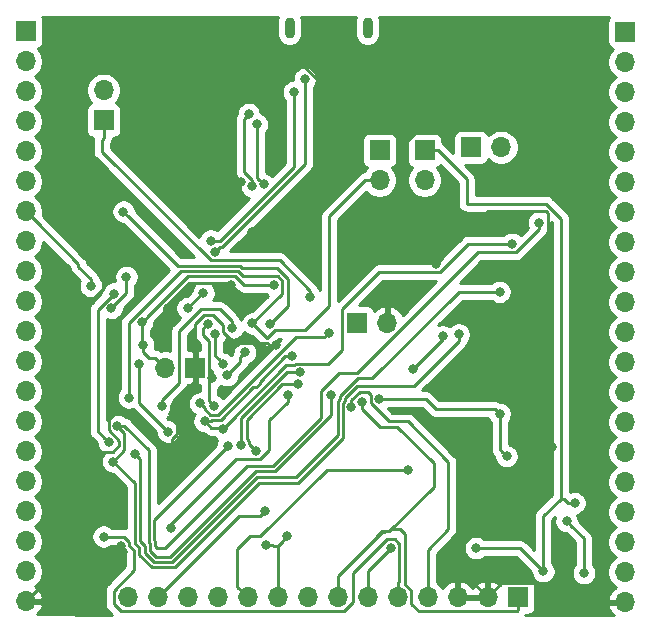
<source format=gbr>
G04 #@! TF.GenerationSoftware,KiCad,Pcbnew,(5.1.10-1-10_14)*
G04 #@! TF.CreationDate,2021-09-07T14:18:03-07:00*
G04 #@! TF.ProjectId,Caravel_pcb,43617261-7665-46c5-9f70-63622e6b6963,rev?*
G04 #@! TF.SameCoordinates,Original*
G04 #@! TF.FileFunction,Copper,L2,Bot*
G04 #@! TF.FilePolarity,Positive*
%FSLAX46Y46*%
G04 Gerber Fmt 4.6, Leading zero omitted, Abs format (unit mm)*
G04 Created by KiCad (PCBNEW (5.1.10-1-10_14)) date 2021-09-07 14:18:03*
%MOMM*%
%LPD*%
G01*
G04 APERTURE LIST*
G04 #@! TA.AperFunction,ComponentPad*
%ADD10O,1.700000X1.700000*%
G04 #@! TD*
G04 #@! TA.AperFunction,ComponentPad*
%ADD11R,1.700000X1.700000*%
G04 #@! TD*
G04 #@! TA.AperFunction,ComponentPad*
%ADD12O,0.900000X1.800000*%
G04 #@! TD*
G04 #@! TA.AperFunction,ViaPad*
%ADD13C,0.800000*%
G04 #@! TD*
G04 #@! TA.AperFunction,Conductor*
%ADD14C,0.250000*%
G04 #@! TD*
G04 #@! TA.AperFunction,Conductor*
%ADD15C,0.254000*%
G04 #@! TD*
G04 #@! TA.AperFunction,Conductor*
%ADD16C,0.100000*%
G04 #@! TD*
G04 APERTURE END LIST*
D10*
X118364000Y-123952000D03*
X120904000Y-123952000D03*
X123444000Y-123952000D03*
X125984000Y-123952000D03*
X128524000Y-123952000D03*
X131064000Y-123952000D03*
X133604000Y-123952000D03*
X136144000Y-123952000D03*
X138684000Y-123952000D03*
X141224000Y-123952000D03*
X143764000Y-123952000D03*
X146304000Y-123952000D03*
X148844000Y-123952000D03*
D11*
X151384000Y-123952000D03*
D10*
X160477200Y-124358400D03*
X160477200Y-121818400D03*
X160477200Y-119278400D03*
X160477200Y-116738400D03*
X160477200Y-114198400D03*
X160477200Y-111658400D03*
X160477200Y-109118400D03*
X160477200Y-106578400D03*
X160477200Y-104038400D03*
X160477200Y-101498400D03*
X160477200Y-98958400D03*
X160477200Y-96418400D03*
X160477200Y-93878400D03*
X160477200Y-91338400D03*
X160477200Y-88798400D03*
X160477200Y-86258400D03*
X160477200Y-83718400D03*
X160477200Y-81178400D03*
X160477200Y-78638400D03*
D11*
X160477200Y-76098400D03*
D10*
X109728000Y-124307600D03*
X109728000Y-121767600D03*
X109728000Y-119227600D03*
X109728000Y-116687600D03*
X109728000Y-114147600D03*
X109728000Y-111607600D03*
X109728000Y-109067600D03*
X109728000Y-106527600D03*
X109728000Y-103987600D03*
X109728000Y-101447600D03*
X109728000Y-98907600D03*
X109728000Y-96367600D03*
X109728000Y-93827600D03*
X109728000Y-91287600D03*
X109728000Y-88747600D03*
X109728000Y-86207600D03*
X109728000Y-83667600D03*
X109728000Y-81127600D03*
X109728000Y-78587600D03*
D11*
X109728000Y-76047600D03*
D10*
X121539000Y-104521000D03*
D11*
X124079000Y-104521000D03*
X137795000Y-100711000D03*
D10*
X140335000Y-100711000D03*
X143510000Y-88646000D03*
D11*
X143510000Y-86106000D03*
D10*
X139700000Y-88646000D03*
D11*
X139700000Y-86106000D03*
D10*
X149987000Y-85852000D03*
D11*
X147447000Y-85852000D03*
D10*
X116332000Y-81026000D03*
D11*
X116332000Y-83566000D03*
D12*
X132082000Y-75733935D03*
X138682000Y-75733935D03*
D13*
X145846800Y-119786400D03*
X149758400Y-116840000D03*
X146100800Y-110896400D03*
X130911600Y-102565200D03*
X127544990Y-102463600D03*
X122224800Y-108407200D03*
X122144915Y-112862614D03*
X122144915Y-112862614D03*
X136448800Y-81534000D03*
X134632389Y-83426485D03*
X127966929Y-88796671D03*
X121069100Y-86652100D03*
X125831600Y-85547200D03*
X127101600Y-81991200D03*
X129692400Y-76149200D03*
X153212800Y-99669600D03*
X144475200Y-95707200D03*
X143865600Y-83972400D03*
X128930400Y-93014800D03*
X130606800Y-92456000D03*
X121056400Y-102620987D03*
X127152400Y-97497976D03*
X153314400Y-107594400D03*
X154273438Y-111201117D03*
X116942800Y-96963300D03*
X117805200Y-119608600D03*
X133807200Y-98552000D03*
X138210767Y-107430113D03*
X123444000Y-99466400D03*
X124784424Y-98207905D03*
X118262400Y-96824800D03*
X116992400Y-99466400D03*
X124510800Y-107543600D03*
X135432800Y-101549200D03*
X142539249Y-104630786D03*
X145063820Y-101874979D03*
X147878800Y-119801934D03*
X156210000Y-115976400D03*
X153563721Y-121772541D03*
X140651390Y-119787684D03*
X131906860Y-118800460D03*
X130048000Y-119519700D03*
X130035800Y-116649000D03*
X142128198Y-113156198D03*
X156995100Y-121920000D03*
X155539302Y-117514079D03*
X116332000Y-118821200D03*
X131927600Y-106832400D03*
X122034300Y-118122700D03*
X132435600Y-81178400D03*
X125421382Y-93766393D03*
X133367047Y-80087166D03*
X125761870Y-94707926D03*
X128625600Y-83058000D03*
X128906807Y-89172989D03*
X129322898Y-83916108D03*
X129891266Y-88997302D03*
X124892559Y-109056395D03*
X132265882Y-103547285D03*
X150926800Y-94030800D03*
X126435774Y-109687796D03*
X125167990Y-100796520D03*
X125528721Y-105389375D03*
X125708526Y-107783790D03*
X132943600Y-104917987D03*
X127936346Y-111076780D03*
X126869122Y-111132767D03*
X153198990Y-92236972D03*
X119329200Y-104241600D03*
X125780796Y-101676370D03*
X126466100Y-104212251D03*
X121786187Y-109926919D03*
X116782287Y-110848006D03*
X117183589Y-98249891D03*
X118973600Y-111810800D03*
X149860000Y-98094800D03*
X129231727Y-111542990D03*
X132791200Y-105918000D03*
X127210177Y-101156646D03*
X121296590Y-107781097D03*
X117144800Y-112471200D03*
X146405600Y-101701600D03*
X135618111Y-106853183D03*
X117514210Y-109437010D03*
X128942671Y-100769640D03*
X118468384Y-107050041D03*
X119583200Y-100685600D03*
X130734035Y-97504957D03*
X119693917Y-102615567D03*
X115265200Y-97586800D03*
X128320800Y-103225600D03*
X126796800Y-105156000D03*
X130392682Y-100796705D03*
X118014989Y-91296587D03*
X137319324Y-107886335D03*
X139660778Y-107186947D03*
X149872700Y-108419900D03*
X150455717Y-112018596D03*
D14*
X150019001Y-122776999D02*
X155034999Y-122776999D01*
X148844000Y-123952000D02*
X150019001Y-122776999D01*
X156616400Y-124358400D02*
X160477200Y-124358400D01*
X155034999Y-122776999D02*
X156616400Y-124358400D01*
X145846800Y-120954800D02*
X145846800Y-119786400D01*
X148844000Y-123952000D02*
X145846800Y-120954800D01*
X146412485Y-119786400D02*
X149409685Y-116789200D01*
X145846800Y-119786400D02*
X146412485Y-119786400D01*
X149409685Y-116789200D02*
X149707600Y-116789200D01*
X149707600Y-116789200D02*
X149758400Y-116840000D01*
X149758400Y-116840000D02*
X149758400Y-115671600D01*
X149758400Y-115671600D02*
X149758400Y-114554000D01*
X149758400Y-114554000D02*
X146100800Y-110896400D01*
X130345915Y-102565200D02*
X130244315Y-102463600D01*
X124079000Y-104521000D02*
X124079000Y-100812506D01*
X124079000Y-100812506D02*
X124819988Y-100071518D01*
X124819988Y-100071518D02*
X125623918Y-100071518D01*
X125623918Y-100071518D02*
X126485176Y-100932776D01*
X126485176Y-100932776D02*
X126485176Y-101498461D01*
X127144991Y-102063601D02*
X127544990Y-102463600D01*
X130244315Y-102463600D02*
X127544990Y-102463600D01*
X126485176Y-101498461D02*
X127050316Y-102063601D01*
X127050316Y-102063601D02*
X127144991Y-102063601D01*
X130911600Y-102565200D02*
X130345915Y-102565200D01*
X124079000Y-105621000D02*
X122021591Y-107678409D01*
X124079000Y-104521000D02*
X124079000Y-105621000D01*
X122021591Y-107678409D02*
X122021591Y-108203991D01*
X122021591Y-108203991D02*
X122224800Y-108407200D01*
X122144915Y-110593510D02*
X122580400Y-110158025D01*
X122144915Y-112862614D02*
X122144915Y-110593510D01*
X122224800Y-108972885D02*
X122224800Y-108407200D01*
X122580400Y-109328485D02*
X122224800Y-108972885D01*
X122580400Y-110158025D02*
X122580400Y-109328485D01*
X134632389Y-83350411D02*
X134632389Y-83426485D01*
X136448800Y-81534000D02*
X134632389Y-83350411D01*
X127966929Y-88796671D02*
X125822358Y-86652100D01*
X125822358Y-86652100D02*
X121069100Y-86652100D01*
X124726700Y-86652100D02*
X121069100Y-86652100D01*
X125831600Y-85547200D02*
X124726700Y-86652100D01*
X125831600Y-85547200D02*
X125831600Y-83261200D01*
X125831600Y-83261200D02*
X127101600Y-81991200D01*
X136448800Y-81534000D02*
X136048801Y-81134001D01*
X136048801Y-81134001D02*
X135439201Y-81134001D01*
X135439201Y-81134001D02*
X130454400Y-76149200D01*
X130454400Y-76149200D02*
X129692400Y-76149200D01*
X153314400Y-99771200D02*
X153212800Y-99669600D01*
X153212800Y-99103915D02*
X153924000Y-98392715D01*
X153212800Y-99669600D02*
X153212800Y-99103915D01*
X153924000Y-98392715D02*
X153924000Y-91440000D01*
X153924000Y-91440000D02*
X153771600Y-91287600D01*
X148894800Y-91287600D02*
X144475200Y-95707200D01*
X153771600Y-91287600D02*
X148894800Y-91287600D01*
X144075201Y-95307201D02*
X144075201Y-95205601D01*
X144475200Y-95707200D02*
X144075201Y-95307201D01*
X144075201Y-95205601D02*
X141833600Y-92964000D01*
X143358598Y-83972400D02*
X143865600Y-83972400D01*
X141833600Y-92964000D02*
X141833600Y-85497398D01*
X141833600Y-85497398D02*
X143358598Y-83972400D01*
X109728000Y-124307600D02*
X115011200Y-119024400D01*
X115011200Y-99110800D02*
X116382800Y-97739200D01*
X128930400Y-93014800D02*
X130048000Y-93014800D01*
X130048000Y-93014800D02*
X130606800Y-92456000D01*
X118618000Y-108770014D02*
X118618000Y-108516604D01*
X122144915Y-112862614D02*
X122144915Y-112296929D01*
X122144915Y-112296929D02*
X118618000Y-108770014D01*
X118618000Y-108516604D02*
X118668791Y-108465813D01*
X118668791Y-108465813D02*
X118219413Y-108465813D01*
X118219413Y-108465813D02*
X118211600Y-108458000D01*
X118211600Y-108458000D02*
X117246400Y-108458000D01*
X117246400Y-108458000D02*
X116789200Y-108915200D01*
X116789200Y-108915200D02*
X116789200Y-109829600D01*
X116789200Y-109829600D02*
X117652800Y-110693200D01*
X117652800Y-110693200D02*
X117652800Y-111099600D01*
X117652800Y-111099600D02*
X117094000Y-111658400D01*
X115112800Y-111658400D02*
X115011200Y-111556800D01*
X117094000Y-111658400D02*
X115112800Y-111658400D01*
X115011200Y-119024400D02*
X115011200Y-111556800D01*
X115011200Y-111556800D02*
X115011200Y-99110800D01*
X121456399Y-102220988D02*
X121456399Y-99422001D01*
X121056400Y-102620987D02*
X121456399Y-102220988D01*
X121456399Y-99422001D02*
X123545600Y-97332800D01*
X123545600Y-97332800D02*
X126987224Y-97332800D01*
X126987224Y-97332800D02*
X127152400Y-97497976D01*
X153314400Y-107594400D02*
X153314400Y-99771200D01*
X153873439Y-110801118D02*
X154273438Y-111201117D01*
X153314400Y-107594400D02*
X153314400Y-110242079D01*
X153314400Y-110242079D02*
X153873439Y-110801118D01*
X116382800Y-97523300D02*
X116942800Y-96963300D01*
X116382800Y-97739200D02*
X116382800Y-97523300D01*
X154273438Y-112324962D02*
X149758400Y-116840000D01*
X154273438Y-111201117D02*
X154273438Y-112324962D01*
X113988788Y-124307600D02*
X109728000Y-124307600D01*
X118205199Y-120091189D02*
X113988788Y-124307600D01*
X118205199Y-120008599D02*
X118205199Y-120091189D01*
X117805200Y-119608600D02*
X118205199Y-120008599D01*
X136144000Y-123952000D02*
X136144000Y-122749919D01*
X136144000Y-122147190D02*
X139890191Y-118400999D01*
X140093391Y-118400999D02*
X140123199Y-118371191D01*
X136144000Y-122655190D02*
X136144000Y-122553590D01*
X136144000Y-122248790D02*
X136144000Y-122147190D01*
X136144000Y-122451990D02*
X136144000Y-122350390D01*
X136144000Y-122350390D02*
X136144000Y-122248790D01*
X136144000Y-122749919D02*
X136144000Y-122655190D01*
X139890191Y-118400999D02*
X140093391Y-118400999D01*
X136144000Y-122553590D02*
X136144000Y-122451990D01*
X140496001Y-118371191D02*
X140648403Y-118218789D01*
X140648403Y-118218789D02*
X141461200Y-118218789D01*
X141461200Y-118218789D02*
X141826411Y-118584000D01*
X141826411Y-118584000D02*
X141826411Y-122815409D01*
X151308999Y-125127001D02*
X151384000Y-125052000D01*
X151384000Y-125052000D02*
X151384000Y-123952000D01*
X143010001Y-125127001D02*
X151308999Y-125127001D01*
X142399001Y-124516001D02*
X143010001Y-125127001D01*
X142399001Y-123387999D02*
X142399001Y-124516001D01*
X141826411Y-122815409D02*
X142399001Y-123387999D01*
X144272000Y-114621919D02*
X144272000Y-112623600D01*
X136144000Y-122147190D02*
X139919999Y-118371191D01*
X138210767Y-107995798D02*
X138210767Y-107430113D01*
X141173200Y-109524800D02*
X139739769Y-109524800D01*
X144272000Y-112623600D02*
X141173200Y-109524800D01*
X139739769Y-109524800D02*
X138210767Y-107995798D01*
X140522728Y-118371191D02*
X144272000Y-114621919D01*
X139919999Y-118371191D02*
X140522728Y-118371191D01*
X127767582Y-95422945D02*
X127754802Y-95410165D01*
X116179600Y-85242400D02*
X116332000Y-85090000D01*
X126109872Y-95432928D02*
X125388838Y-95432928D01*
X126132635Y-95410165D02*
X126109872Y-95432928D01*
X131243830Y-95422945D02*
X127767582Y-95422945D01*
X116179600Y-86223690D02*
X116179600Y-85242400D01*
X133807200Y-98552000D02*
X133807200Y-97986315D01*
X133807200Y-97986315D02*
X131243830Y-95422945D01*
X116332000Y-84666000D02*
X116332000Y-83566000D01*
X116332000Y-85090000D02*
X116332000Y-84666000D01*
X125388838Y-95432928D02*
X116179600Y-86223690D01*
X127754802Y-95410165D02*
X126132635Y-95410165D01*
X124702495Y-98207905D02*
X124784424Y-98207905D01*
X123444000Y-99466400D02*
X124702495Y-98207905D01*
X155041600Y-91897200D02*
X153771600Y-90627200D01*
X153771600Y-90627200D02*
X147066000Y-90627200D01*
X144610000Y-86106000D02*
X143510000Y-86106000D01*
X147066000Y-88562000D02*
X144610000Y-86106000D01*
X147066000Y-90627200D02*
X147066000Y-88562000D01*
X118262400Y-96824800D02*
X118262400Y-98196400D01*
X118262400Y-98196400D02*
X116992400Y-99466400D01*
X124910799Y-108051878D02*
X125367712Y-108508791D01*
X124910799Y-107943599D02*
X124910799Y-108051878D01*
X125367712Y-108508791D02*
X126055977Y-108508791D01*
X126055977Y-108508791D02*
X132615569Y-101949199D01*
X135032801Y-101949199D02*
X135432800Y-101549200D01*
X132615569Y-101949199D02*
X135032801Y-101949199D01*
X124510800Y-107543600D02*
X124910799Y-107943599D01*
X145063820Y-102106215D02*
X145063820Y-101874979D01*
X142539249Y-104630786D02*
X145063820Y-102106215D01*
X155276015Y-115608100D02*
X155041600Y-115608100D01*
X155644315Y-115976400D02*
X155276015Y-115608100D01*
X156210000Y-115976400D02*
X155644315Y-115976400D01*
X155041600Y-115608100D02*
X155041600Y-91897200D01*
X151593114Y-119801934D02*
X153163722Y-121372542D01*
X153563721Y-121206856D02*
X153563721Y-121772541D01*
X153563721Y-117085979D02*
X153563721Y-121206856D01*
X155041600Y-115608100D02*
X153563721Y-117085979D01*
X153163722Y-121372542D02*
X153563721Y-121772541D01*
X147878800Y-119801934D02*
X151593114Y-119801934D01*
X140251391Y-120187683D02*
X140651390Y-119787684D01*
X138684000Y-121755074D02*
X140251391Y-120187683D01*
X138684000Y-123952000D02*
X138684000Y-121755074D01*
X131064000Y-119643320D02*
X131449660Y-119257660D01*
X131064000Y-123952000D02*
X131064000Y-119643320D01*
X131449660Y-119257660D02*
X131906860Y-118800460D01*
X130737305Y-119643320D02*
X131064000Y-119643320D01*
X130613685Y-119519700D02*
X130737305Y-119643320D01*
X130048000Y-119519700D02*
X130613685Y-119519700D01*
X129590800Y-117094000D02*
X130035800Y-116649000D01*
X127762000Y-117094000D02*
X129590800Y-117094000D01*
X120904000Y-123952000D02*
X127762000Y-117094000D01*
X128772898Y-118794698D02*
X129617302Y-118794698D01*
X129617302Y-118794698D02*
X135255802Y-113156198D01*
X128524000Y-123952000D02*
X127674001Y-123102001D01*
X127674001Y-123102001D02*
X127674001Y-119893595D01*
X141562513Y-113156198D02*
X142128198Y-113156198D01*
X127674001Y-119893595D02*
X128772898Y-118794698D01*
X135255802Y-113156198D02*
X141562513Y-113156198D01*
X156995100Y-118969877D02*
X155939301Y-117914078D01*
X155939301Y-117914078D02*
X155539302Y-117514079D01*
X156995100Y-121920000D02*
X156995100Y-118969877D01*
X128012899Y-112268000D02*
X129573520Y-112268000D01*
X131927600Y-107398085D02*
X130352800Y-108972885D01*
X131927600Y-106832400D02*
X131927600Y-107398085D01*
X130352800Y-111488720D02*
X129573520Y-112268000D01*
X130352800Y-108972885D02*
X130352800Y-111488720D01*
X128012899Y-112268000D02*
X127558800Y-112268000D01*
X122034300Y-117792500D02*
X122034300Y-118122700D01*
X127558800Y-112268000D02*
X122034300Y-117792500D01*
X116332000Y-118821200D02*
X118090802Y-118821200D01*
X141376400Y-119363930D02*
X141376400Y-122597519D01*
X141376400Y-122597519D02*
X141224000Y-122749919D01*
X140999391Y-119062683D02*
X141300638Y-119363930D01*
X141224000Y-122749919D02*
X141224000Y-123952000D01*
X137476602Y-121889468D02*
X140303387Y-119062683D01*
X137476602Y-124358400D02*
X137476602Y-121889468D01*
X136708001Y-125127001D02*
X137476602Y-124358400D01*
X117799999Y-125127001D02*
X136708001Y-125127001D01*
X117188999Y-124516001D02*
X117799999Y-125127001D01*
X117188999Y-123387999D02*
X117188999Y-124516001D01*
X118922800Y-121654198D02*
X117188999Y-123387999D01*
X118922800Y-119973364D02*
X118922800Y-121654198D01*
X118530201Y-119580765D02*
X118922800Y-119973364D01*
X118530201Y-119260599D02*
X118530201Y-119580765D01*
X118090802Y-118821200D02*
X118530201Y-119260599D01*
X140303387Y-119062683D02*
X140999391Y-119062683D01*
X141300638Y-119363930D02*
X141376400Y-119363930D01*
X132435600Y-81178400D02*
X132435600Y-87497822D01*
X125987067Y-93766393D02*
X125421382Y-93766393D01*
X132435600Y-87497822D02*
X126167029Y-93766393D01*
X126167029Y-93766393D02*
X125987067Y-93766393D01*
X126333667Y-94307927D02*
X126161869Y-94307927D01*
X133367047Y-80087166D02*
X133367047Y-87274547D01*
X133367047Y-87274547D02*
X126333667Y-94307927D01*
X126161869Y-94307927D02*
X125761870Y-94707926D01*
X128225601Y-87971799D02*
X128906807Y-88653005D01*
X128625600Y-83058000D02*
X128225601Y-83457999D01*
X128225601Y-83457999D02*
X128225601Y-87971799D01*
X128906807Y-88653005D02*
X128906807Y-89172989D01*
X129322898Y-88428934D02*
X129491267Y-88597303D01*
X129491267Y-88597303D02*
X129891266Y-88997302D01*
X129322898Y-83916108D02*
X129322898Y-88428934D01*
X129238643Y-106175442D02*
X129546885Y-105867200D01*
X129238642Y-106175442D02*
X129238643Y-106175442D01*
X129546885Y-105867200D02*
X129238642Y-106175442D01*
X129014799Y-106186380D02*
X126242368Y-108958811D01*
X126242368Y-108958811D02*
X125555828Y-108958811D01*
X125555828Y-108958811D02*
X125458244Y-109056395D01*
X129227704Y-106186380D02*
X129014799Y-106186380D01*
X129238642Y-106175442D02*
X129227704Y-106186380D01*
X125458244Y-109056395D02*
X124892559Y-109056395D01*
X131700197Y-103547285D02*
X132265882Y-103547285D01*
X129546885Y-105867200D02*
X129546885Y-105700597D01*
X129546885Y-105700597D02*
X131700197Y-103547285D01*
X136550400Y-102982602D02*
X135340017Y-104192985D01*
X135340017Y-104192985D02*
X132595598Y-104192985D01*
X132595598Y-104192985D02*
X132459184Y-104329399D01*
X132459184Y-104329399D02*
X131786180Y-104329399D01*
X126835773Y-109287797D02*
X126435774Y-109687796D01*
X131786180Y-104329399D02*
X126835773Y-109279806D01*
X136550400Y-99568000D02*
X136550400Y-102982602D01*
X139686198Y-96432202D02*
X136550400Y-99568000D01*
X144823202Y-96432202D02*
X139686198Y-96432202D01*
X126835773Y-109279806D02*
X126835773Y-109287797D01*
X147224604Y-94030800D02*
X144823202Y-96432202D01*
X150926800Y-94030800D02*
X147224604Y-94030800D01*
X124892559Y-109056395D02*
X125437164Y-109601000D01*
X126348978Y-109601000D02*
X126435774Y-109687796D01*
X125437164Y-109601000D02*
X126348978Y-109601000D01*
X125272800Y-102241378D02*
X124767991Y-101736569D01*
X125272800Y-104597200D02*
X125272800Y-102241378D01*
X125272800Y-104597200D02*
X125302231Y-104597200D01*
X124767991Y-101196519D02*
X125167990Y-100796520D01*
X125528721Y-104823690D02*
X125528721Y-105389375D01*
X125302231Y-104597200D02*
X125528721Y-104823690D01*
X124767991Y-101736569D02*
X124767991Y-101196519D01*
X125308527Y-107383791D02*
X125708526Y-107783790D01*
X125272800Y-104597200D02*
X125272800Y-107348064D01*
X125272800Y-107348064D02*
X125308527Y-107383791D01*
X127936346Y-110511095D02*
X127936346Y-111076780D01*
X127936346Y-108815644D02*
X127936346Y-110511095D01*
X132943600Y-104917987D02*
X131834003Y-104917987D01*
X131834003Y-104917987D02*
X127936346Y-108815644D01*
X126869122Y-111132767D02*
X120621244Y-117380645D01*
X120722844Y-119227764D02*
X120722844Y-119611447D01*
X120621244Y-119126164D02*
X120722844Y-119227764D01*
X128486593Y-112819611D02*
X130664789Y-112819611D01*
X120621244Y-117380645D02*
X120621244Y-119126164D01*
X130664789Y-112819611D02*
X134730944Y-108753456D01*
X121556802Y-119749402D02*
X128486593Y-112819611D01*
X136277385Y-104984340D02*
X137788860Y-104984340D01*
X120722844Y-119611447D02*
X120860798Y-119749402D01*
X120860798Y-119749402D02*
X121556802Y-119749402D01*
X137788860Y-104984340D02*
X148017398Y-94755802D01*
X134730944Y-108753456D02*
X134730944Y-106530781D01*
X134730944Y-106530781D02*
X136277385Y-104984340D01*
X148017398Y-94755802D02*
X151245845Y-94755802D01*
X151245845Y-94755802D02*
X153198990Y-92802657D01*
X153198990Y-92802657D02*
X153198990Y-92236972D01*
X125780796Y-101676370D02*
X125780796Y-103526947D01*
X126066101Y-103812252D02*
X126466100Y-104212251D01*
X125780796Y-103526947D02*
X126066101Y-103812252D01*
X119329200Y-107469932D02*
X121386188Y-109526920D01*
X121386188Y-109526920D02*
X121786187Y-109926919D01*
X119329200Y-104241600D02*
X119329200Y-107469932D01*
X117183589Y-98249891D02*
X115831191Y-99602289D01*
X115831191Y-99602289D02*
X115831191Y-109896910D01*
X115831191Y-109896910D02*
X116382288Y-110448007D01*
X116382288Y-110448007D02*
X116782287Y-110848006D01*
X119430223Y-112267423D02*
X119430223Y-119207965D01*
X119822822Y-119600564D02*
X119822822Y-120210171D01*
X136144312Y-110259678D02*
X136144312Y-107351934D01*
X120589598Y-120976947D02*
X122160879Y-120976947D01*
X122160879Y-120976947D02*
X129338637Y-113799189D01*
X149294315Y-98094800D02*
X149860000Y-98094800D01*
X118973600Y-111810800D02*
X119430223Y-112267423D01*
X129338637Y-113799189D02*
X132604801Y-113799189D01*
X139090045Y-105434344D02*
X146429589Y-98094800D01*
X119822822Y-120210171D02*
X120589598Y-120976947D01*
X132604801Y-113799189D02*
X136144312Y-110259678D01*
X136361001Y-106910492D02*
X137837149Y-105434344D01*
X119430223Y-119207965D02*
X119822822Y-119600564D01*
X136144312Y-107351934D02*
X136361001Y-107135244D01*
X137837149Y-105434344D02*
X139090045Y-105434344D01*
X146429589Y-98094800D02*
X149294315Y-98094800D01*
X136361001Y-107135244D02*
X136361001Y-106910492D01*
X128473200Y-110540632D02*
X128661347Y-110728779D01*
X128473200Y-108915200D02*
X128473200Y-110540632D01*
X132791200Y-105918000D02*
X131470400Y-105918000D01*
X128831728Y-111142991D02*
X129231727Y-111542990D01*
X128661347Y-110972610D02*
X128831728Y-111142991D01*
X131470400Y-105918000D02*
X128473200Y-108915200D01*
X128661347Y-110728779D02*
X128661347Y-110972610D01*
X127210177Y-100590961D02*
X126194405Y-99575189D01*
X126194405Y-99575189D02*
X124578400Y-99575189D01*
X124578400Y-99575189D02*
X122714001Y-101439588D01*
X122714001Y-101439588D02*
X122714001Y-105798001D01*
X121296590Y-107215412D02*
X121296590Y-107781097D01*
X122714001Y-105798001D02*
X121296590Y-107215412D01*
X127210177Y-101156646D02*
X127210177Y-100590961D01*
X117144800Y-112471200D02*
X118980212Y-114306612D01*
X118980212Y-114306612D02*
X118980212Y-119394365D01*
X119372811Y-119786964D02*
X119372811Y-120396571D01*
X119372811Y-120396571D02*
X120403198Y-121426958D01*
X122347279Y-121426958D02*
X129525037Y-114249200D01*
X118980212Y-119394365D02*
X119372811Y-119786964D01*
X129525037Y-114249200D02*
X132791201Y-114249200D01*
X136594323Y-110446078D02*
X136594323Y-107538334D01*
X136594323Y-107538334D02*
X136811012Y-107321644D01*
X136811012Y-107321644D02*
X136811012Y-107096892D01*
X136811012Y-107096892D02*
X137830276Y-106077628D01*
X142595257Y-106077628D02*
X146405600Y-102267285D01*
X137830276Y-106077628D02*
X142595257Y-106077628D01*
X120403198Y-121426958D02*
X122347279Y-121426958D01*
X132791201Y-114249200D02*
X136594323Y-110446078D01*
X146405600Y-102267285D02*
X146405600Y-101701600D01*
X120272833Y-120023771D02*
X120272833Y-119414164D01*
X135618111Y-108502700D02*
X130851189Y-113269622D01*
X120171233Y-111528348D02*
X118079895Y-109437010D01*
X118079895Y-109437010D02*
X117514210Y-109437010D01*
X130851189Y-113269622D02*
X129231793Y-113269622D01*
X120171233Y-119312564D02*
X120171233Y-111528348D01*
X120775998Y-120526936D02*
X120272833Y-120023771D01*
X121974479Y-120526936D02*
X120775998Y-120526936D01*
X129231793Y-113269622D02*
X121974479Y-120526936D01*
X135618111Y-106853183D02*
X135618111Y-108502700D01*
X120272833Y-119414164D02*
X120171233Y-119312564D01*
X118102810Y-110025610D02*
X118102810Y-111513190D01*
X118102810Y-111513190D02*
X117144800Y-112471200D01*
X117514210Y-109437010D02*
X118102810Y-110025610D01*
X138497919Y-88646000D02*
X135432800Y-91711119D01*
X139700000Y-88646000D02*
X138497919Y-88646000D01*
X135432800Y-91711119D02*
X135432800Y-99314000D01*
X135432800Y-99314000D02*
X133400800Y-101346000D01*
X133400800Y-101346000D02*
X130865879Y-101346000D01*
X130865879Y-101346000D02*
X130205479Y-102006400D01*
X130179431Y-102006400D02*
X128942671Y-100769640D01*
X130205479Y-102006400D02*
X130179431Y-102006400D01*
X118468384Y-106484356D02*
X118468384Y-107050041D01*
X127686802Y-96322967D02*
X126395879Y-96322967D01*
X122862848Y-96332950D02*
X118468384Y-100727414D01*
X126385896Y-96332950D02*
X122862848Y-96332950D01*
X131082037Y-96779955D02*
X128143790Y-96779955D01*
X126395879Y-96322967D02*
X126385896Y-96332950D01*
X131459037Y-97156955D02*
X131082037Y-96779955D01*
X128942671Y-100769640D02*
X131459037Y-98253274D01*
X131459037Y-98253274D02*
X131459037Y-97156955D01*
X118468384Y-100727414D02*
X118468384Y-106484356D01*
X128143790Y-96779955D02*
X127686802Y-96322967D01*
X120689001Y-103671001D02*
X120183666Y-103671001D01*
X121539000Y-104521000D02*
X120689001Y-103671001D01*
X119693917Y-103181252D02*
X119693917Y-102615567D01*
X119583200Y-100685600D02*
X119583200Y-102504850D01*
X119583200Y-102504850D02*
X119693917Y-102615567D01*
X120183666Y-103671001D02*
X119693917Y-103181252D01*
X119983199Y-100258791D02*
X123459029Y-96782961D01*
X119983199Y-100285601D02*
X119983199Y-100258791D01*
X123459029Y-96782961D02*
X126794411Y-96782961D01*
X119583200Y-100685600D02*
X119983199Y-100285601D01*
X126804398Y-96772974D02*
X127500402Y-96772974D01*
X126794411Y-96782961D02*
X126804398Y-96772974D01*
X128232385Y-97504957D02*
X130168350Y-97504957D01*
X130168350Y-97504957D02*
X130734035Y-97504957D01*
X127500402Y-96772974D02*
X128232385Y-97504957D01*
X110577999Y-92137599D02*
X109728000Y-91287600D01*
X114204801Y-95764401D02*
X110577999Y-92137599D01*
X114204801Y-95960716D02*
X114204801Y-95764401D01*
X115265200Y-97021115D02*
X114204801Y-95960716D01*
X115265200Y-97586800D02*
X115265200Y-97021115D01*
X127920801Y-104031999D02*
X126796800Y-105156000D01*
X128320800Y-103225600D02*
X127920801Y-103625599D01*
X127920801Y-103625599D02*
X127920801Y-104031999D01*
X126209479Y-95872956D02*
X126199496Y-95882939D01*
X131909048Y-99280339D02*
X131909048Y-96970555D01*
X126199496Y-95882939D02*
X122601341Y-95882939D01*
X130392682Y-100796705D02*
X131909048Y-99280339D01*
X130994102Y-96055609D02*
X128055855Y-96055609D01*
X127873202Y-95872956D02*
X126209479Y-95872956D01*
X131909048Y-96970555D02*
X130994102Y-96055609D01*
X128055855Y-96055609D02*
X127873202Y-95872956D01*
X118414988Y-91696586D02*
X118014989Y-91296587D01*
X122601341Y-95882939D02*
X118414988Y-91696586D01*
X138006057Y-106609357D02*
X137319324Y-107296090D01*
X137319324Y-107320650D02*
X137319324Y-107886335D01*
X137319324Y-107296090D02*
X137319324Y-107320650D01*
X138706188Y-106609357D02*
X138006057Y-106609357D01*
X138935777Y-106838946D02*
X138706188Y-106609357D01*
X138935777Y-107534948D02*
X138935777Y-106838946D01*
X140475618Y-109074789D02*
X138935777Y-107534948D01*
X142088585Y-109074789D02*
X140475618Y-109074789D01*
X145534809Y-112521013D02*
X142088585Y-109074789D01*
X145534809Y-118167817D02*
X145534809Y-112521013D01*
X143764000Y-119938626D02*
X145534809Y-118167817D01*
X143764000Y-123952000D02*
X143764000Y-119938626D01*
X143610547Y-107186947D02*
X140226463Y-107186947D01*
X140226463Y-107186947D02*
X139660778Y-107186947D01*
X144443501Y-108019901D02*
X143610547Y-107186947D01*
X149472701Y-108019901D02*
X144443501Y-108019901D01*
X149872700Y-108419900D02*
X149472701Y-108019901D01*
X150055718Y-111618597D02*
X150455717Y-112018596D01*
X149872700Y-108419900D02*
X149872700Y-111435579D01*
X149872700Y-111435579D02*
X150055718Y-111618597D01*
D15*
X159096663Y-74893906D02*
X159037698Y-75004220D01*
X159001388Y-75123918D01*
X158989128Y-75248400D01*
X158989128Y-76948400D01*
X159001388Y-77072882D01*
X159037698Y-77192580D01*
X159096663Y-77302894D01*
X159176015Y-77399585D01*
X159272706Y-77478937D01*
X159383020Y-77537902D01*
X159455580Y-77559913D01*
X159323725Y-77691768D01*
X159161210Y-77934989D01*
X159049268Y-78205242D01*
X158992200Y-78492140D01*
X158992200Y-78784660D01*
X159049268Y-79071558D01*
X159161210Y-79341811D01*
X159323725Y-79585032D01*
X159530568Y-79791875D01*
X159704960Y-79908400D01*
X159530568Y-80024925D01*
X159323725Y-80231768D01*
X159161210Y-80474989D01*
X159049268Y-80745242D01*
X158992200Y-81032140D01*
X158992200Y-81324660D01*
X159049268Y-81611558D01*
X159161210Y-81881811D01*
X159323725Y-82125032D01*
X159530568Y-82331875D01*
X159704960Y-82448400D01*
X159530568Y-82564925D01*
X159323725Y-82771768D01*
X159161210Y-83014989D01*
X159049268Y-83285242D01*
X158992200Y-83572140D01*
X158992200Y-83864660D01*
X159049268Y-84151558D01*
X159161210Y-84421811D01*
X159323725Y-84665032D01*
X159530568Y-84871875D01*
X159704960Y-84988400D01*
X159530568Y-85104925D01*
X159323725Y-85311768D01*
X159161210Y-85554989D01*
X159049268Y-85825242D01*
X158992200Y-86112140D01*
X158992200Y-86404660D01*
X159049268Y-86691558D01*
X159161210Y-86961811D01*
X159323725Y-87205032D01*
X159530568Y-87411875D01*
X159704960Y-87528400D01*
X159530568Y-87644925D01*
X159323725Y-87851768D01*
X159161210Y-88094989D01*
X159049268Y-88365242D01*
X158992200Y-88652140D01*
X158992200Y-88944660D01*
X159049268Y-89231558D01*
X159161210Y-89501811D01*
X159323725Y-89745032D01*
X159530568Y-89951875D01*
X159704960Y-90068400D01*
X159530568Y-90184925D01*
X159323725Y-90391768D01*
X159161210Y-90634989D01*
X159049268Y-90905242D01*
X158992200Y-91192140D01*
X158992200Y-91484660D01*
X159049268Y-91771558D01*
X159161210Y-92041811D01*
X159323725Y-92285032D01*
X159530568Y-92491875D01*
X159704960Y-92608400D01*
X159530568Y-92724925D01*
X159323725Y-92931768D01*
X159161210Y-93174989D01*
X159049268Y-93445242D01*
X158992200Y-93732140D01*
X158992200Y-94024660D01*
X159049268Y-94311558D01*
X159161210Y-94581811D01*
X159323725Y-94825032D01*
X159530568Y-95031875D01*
X159704960Y-95148400D01*
X159530568Y-95264925D01*
X159323725Y-95471768D01*
X159161210Y-95714989D01*
X159049268Y-95985242D01*
X158992200Y-96272140D01*
X158992200Y-96564660D01*
X159049268Y-96851558D01*
X159161210Y-97121811D01*
X159323725Y-97365032D01*
X159530568Y-97571875D01*
X159704960Y-97688400D01*
X159530568Y-97804925D01*
X159323725Y-98011768D01*
X159161210Y-98254989D01*
X159049268Y-98525242D01*
X158992200Y-98812140D01*
X158992200Y-99104660D01*
X159049268Y-99391558D01*
X159161210Y-99661811D01*
X159323725Y-99905032D01*
X159530568Y-100111875D01*
X159704960Y-100228400D01*
X159530568Y-100344925D01*
X159323725Y-100551768D01*
X159161210Y-100794989D01*
X159049268Y-101065242D01*
X158992200Y-101352140D01*
X158992200Y-101644660D01*
X159049268Y-101931558D01*
X159161210Y-102201811D01*
X159323725Y-102445032D01*
X159530568Y-102651875D01*
X159704960Y-102768400D01*
X159530568Y-102884925D01*
X159323725Y-103091768D01*
X159161210Y-103334989D01*
X159049268Y-103605242D01*
X158992200Y-103892140D01*
X158992200Y-104184660D01*
X159049268Y-104471558D01*
X159161210Y-104741811D01*
X159323725Y-104985032D01*
X159530568Y-105191875D01*
X159704960Y-105308400D01*
X159530568Y-105424925D01*
X159323725Y-105631768D01*
X159161210Y-105874989D01*
X159049268Y-106145242D01*
X158992200Y-106432140D01*
X158992200Y-106724660D01*
X159049268Y-107011558D01*
X159161210Y-107281811D01*
X159323725Y-107525032D01*
X159530568Y-107731875D01*
X159704960Y-107848400D01*
X159530568Y-107964925D01*
X159323725Y-108171768D01*
X159161210Y-108414989D01*
X159049268Y-108685242D01*
X158992200Y-108972140D01*
X158992200Y-109264660D01*
X159049268Y-109551558D01*
X159161210Y-109821811D01*
X159323725Y-110065032D01*
X159530568Y-110271875D01*
X159704960Y-110388400D01*
X159530568Y-110504925D01*
X159323725Y-110711768D01*
X159161210Y-110954989D01*
X159049268Y-111225242D01*
X158992200Y-111512140D01*
X158992200Y-111804660D01*
X159049268Y-112091558D01*
X159161210Y-112361811D01*
X159323725Y-112605032D01*
X159530568Y-112811875D01*
X159704960Y-112928400D01*
X159530568Y-113044925D01*
X159323725Y-113251768D01*
X159161210Y-113494989D01*
X159049268Y-113765242D01*
X158992200Y-114052140D01*
X158992200Y-114344660D01*
X159049268Y-114631558D01*
X159161210Y-114901811D01*
X159323725Y-115145032D01*
X159530568Y-115351875D01*
X159704960Y-115468400D01*
X159530568Y-115584925D01*
X159323725Y-115791768D01*
X159161210Y-116034989D01*
X159049268Y-116305242D01*
X158992200Y-116592140D01*
X158992200Y-116884660D01*
X159049268Y-117171558D01*
X159161210Y-117441811D01*
X159323725Y-117685032D01*
X159530568Y-117891875D01*
X159704960Y-118008400D01*
X159530568Y-118124925D01*
X159323725Y-118331768D01*
X159161210Y-118574989D01*
X159049268Y-118845242D01*
X158992200Y-119132140D01*
X158992200Y-119424660D01*
X159049268Y-119711558D01*
X159161210Y-119981811D01*
X159323725Y-120225032D01*
X159530568Y-120431875D01*
X159704960Y-120548400D01*
X159530568Y-120664925D01*
X159323725Y-120871768D01*
X159161210Y-121114989D01*
X159049268Y-121385242D01*
X158992200Y-121672140D01*
X158992200Y-121964660D01*
X159049268Y-122251558D01*
X159161210Y-122521811D01*
X159323725Y-122765032D01*
X159530568Y-122971875D01*
X159712734Y-123093595D01*
X159595845Y-123163222D01*
X159379612Y-123358131D01*
X159205559Y-123591480D01*
X159080375Y-123854301D01*
X159035724Y-124001510D01*
X159157045Y-124231400D01*
X160350200Y-124231400D01*
X160350200Y-124211400D01*
X160604200Y-124211400D01*
X160604200Y-124231400D01*
X160624200Y-124231400D01*
X160624200Y-124485400D01*
X160604200Y-124485400D01*
X160604200Y-124505400D01*
X160350200Y-124505400D01*
X160350200Y-124485400D01*
X159157045Y-124485400D01*
X159035724Y-124715290D01*
X159080375Y-124862499D01*
X159205559Y-125125320D01*
X159379612Y-125358669D01*
X159533105Y-125497026D01*
X152013459Y-125482996D01*
X152018974Y-125476276D01*
X152038326Y-125440072D01*
X152234000Y-125440072D01*
X152358482Y-125427812D01*
X152478180Y-125391502D01*
X152588494Y-125332537D01*
X152685185Y-125253185D01*
X152764537Y-125156494D01*
X152823502Y-125046180D01*
X152859812Y-124926482D01*
X152872072Y-124802000D01*
X152872072Y-123102000D01*
X152859812Y-122977518D01*
X152823502Y-122857820D01*
X152764537Y-122747506D01*
X152685185Y-122650815D01*
X152588494Y-122571463D01*
X152478180Y-122512498D01*
X152358482Y-122476188D01*
X152234000Y-122463928D01*
X150534000Y-122463928D01*
X150409518Y-122476188D01*
X150289820Y-122512498D01*
X150179506Y-122571463D01*
X150082815Y-122650815D01*
X150003463Y-122747506D01*
X149944498Y-122857820D01*
X149920034Y-122938466D01*
X149844269Y-122854412D01*
X149610920Y-122680359D01*
X149348099Y-122555175D01*
X149200890Y-122510524D01*
X148971000Y-122631845D01*
X148971000Y-123825000D01*
X148991000Y-123825000D01*
X148991000Y-124079000D01*
X148971000Y-124079000D01*
X148971000Y-124099000D01*
X148717000Y-124099000D01*
X148717000Y-124079000D01*
X146431000Y-124079000D01*
X146431000Y-124099000D01*
X146177000Y-124099000D01*
X146177000Y-124079000D01*
X146157000Y-124079000D01*
X146157000Y-123825000D01*
X146177000Y-123825000D01*
X146177000Y-122631845D01*
X146431000Y-122631845D01*
X146431000Y-123825000D01*
X148717000Y-123825000D01*
X148717000Y-122631845D01*
X148487110Y-122510524D01*
X148339901Y-122555175D01*
X148077080Y-122680359D01*
X147843731Y-122854412D01*
X147648822Y-123070645D01*
X147574000Y-123196255D01*
X147499178Y-123070645D01*
X147304269Y-122854412D01*
X147070920Y-122680359D01*
X146808099Y-122555175D01*
X146660890Y-122510524D01*
X146431000Y-122631845D01*
X146177000Y-122631845D01*
X145947110Y-122510524D01*
X145799901Y-122555175D01*
X145537080Y-122680359D01*
X145303731Y-122854412D01*
X145108822Y-123070645D01*
X145039195Y-123187534D01*
X144917475Y-123005368D01*
X144710632Y-122798525D01*
X144524000Y-122673822D01*
X144524000Y-120253427D01*
X146045813Y-118731615D01*
X146074810Y-118707818D01*
X146111837Y-118662701D01*
X146169783Y-118592094D01*
X146240355Y-118460064D01*
X146249512Y-118429876D01*
X146283812Y-118316803D01*
X146294809Y-118205150D01*
X146294809Y-118205141D01*
X146298485Y-118167818D01*
X146294809Y-118130495D01*
X146294809Y-112558338D01*
X146298485Y-112521013D01*
X146294809Y-112483688D01*
X146294809Y-112483680D01*
X146283812Y-112372027D01*
X146240355Y-112228766D01*
X146169783Y-112096737D01*
X146074810Y-111981012D01*
X146045812Y-111957214D01*
X142652389Y-108563792D01*
X142628586Y-108534788D01*
X142512861Y-108439815D01*
X142380832Y-108369243D01*
X142237571Y-108325786D01*
X142125918Y-108314789D01*
X142125907Y-108314789D01*
X142088585Y-108311113D01*
X142051263Y-108314789D01*
X140790420Y-108314789D01*
X140422578Y-107946947D01*
X143295746Y-107946947D01*
X143879702Y-108530903D01*
X143903500Y-108559902D01*
X144019225Y-108654875D01*
X144151254Y-108725447D01*
X144294515Y-108768904D01*
X144406168Y-108779901D01*
X144406178Y-108779901D01*
X144443501Y-108783577D01*
X144480824Y-108779901D01*
X148901541Y-108779901D01*
X148955495Y-108910156D01*
X149068763Y-109079674D01*
X149112700Y-109123611D01*
X149112701Y-111398247D01*
X149109024Y-111435579D01*
X149112701Y-111472912D01*
X149123698Y-111584565D01*
X149134021Y-111618597D01*
X149167154Y-111727825D01*
X149237726Y-111859855D01*
X149308901Y-111946581D01*
X149332700Y-111975580D01*
X149361698Y-111999378D01*
X149420717Y-112058397D01*
X149420717Y-112120535D01*
X149460491Y-112320494D01*
X149538512Y-112508852D01*
X149651780Y-112678370D01*
X149795943Y-112822533D01*
X149965461Y-112935801D01*
X150153819Y-113013822D01*
X150353778Y-113053596D01*
X150557656Y-113053596D01*
X150757615Y-113013822D01*
X150945973Y-112935801D01*
X151115491Y-112822533D01*
X151259654Y-112678370D01*
X151372922Y-112508852D01*
X151450943Y-112320494D01*
X151490717Y-112120535D01*
X151490717Y-111916657D01*
X151450943Y-111716698D01*
X151372922Y-111528340D01*
X151259654Y-111358822D01*
X151115491Y-111214659D01*
X150945973Y-111101391D01*
X150757615Y-111023370D01*
X150632700Y-110998523D01*
X150632700Y-109123611D01*
X150676637Y-109079674D01*
X150789905Y-108910156D01*
X150867926Y-108721798D01*
X150907700Y-108521839D01*
X150907700Y-108317961D01*
X150867926Y-108118002D01*
X150789905Y-107929644D01*
X150676637Y-107760126D01*
X150532474Y-107615963D01*
X150362956Y-107502695D01*
X150174598Y-107424674D01*
X149974639Y-107384900D01*
X149896926Y-107384900D01*
X149764948Y-107314355D01*
X149621687Y-107270898D01*
X149510034Y-107259901D01*
X149510023Y-107259901D01*
X149472701Y-107256225D01*
X149435379Y-107259901D01*
X144758303Y-107259901D01*
X144174350Y-106675949D01*
X144150548Y-106646946D01*
X144034823Y-106551973D01*
X143902794Y-106481401D01*
X143759533Y-106437944D01*
X143647880Y-106426947D01*
X143647869Y-106426947D01*
X143610547Y-106423271D01*
X143573225Y-106426947D01*
X143320739Y-106426947D01*
X146916604Y-102831083D01*
X146945601Y-102807286D01*
X147040574Y-102691561D01*
X147111146Y-102559532D01*
X147154587Y-102416324D01*
X147209537Y-102361374D01*
X147322805Y-102191856D01*
X147400826Y-102003498D01*
X147440600Y-101803539D01*
X147440600Y-101599661D01*
X147400826Y-101399702D01*
X147322805Y-101211344D01*
X147209537Y-101041826D01*
X147065374Y-100897663D01*
X146895856Y-100784395D01*
X146707498Y-100706374D01*
X146507539Y-100666600D01*
X146303661Y-100666600D01*
X146103702Y-100706374D01*
X145915344Y-100784395D01*
X145745826Y-100897663D01*
X145632988Y-101010501D01*
X145554076Y-100957774D01*
X145365718Y-100879753D01*
X145165759Y-100839979D01*
X144961881Y-100839979D01*
X144761922Y-100879753D01*
X144689396Y-100909794D01*
X146744391Y-98854800D01*
X149156289Y-98854800D01*
X149200226Y-98898737D01*
X149369744Y-99012005D01*
X149558102Y-99090026D01*
X149758061Y-99129800D01*
X149961939Y-99129800D01*
X150161898Y-99090026D01*
X150350256Y-99012005D01*
X150519774Y-98898737D01*
X150663937Y-98754574D01*
X150777205Y-98585056D01*
X150855226Y-98396698D01*
X150895000Y-98196739D01*
X150895000Y-97992861D01*
X150855226Y-97792902D01*
X150777205Y-97604544D01*
X150663937Y-97435026D01*
X150519774Y-97290863D01*
X150350256Y-97177595D01*
X150161898Y-97099574D01*
X149961939Y-97059800D01*
X149758061Y-97059800D01*
X149558102Y-97099574D01*
X149369744Y-97177595D01*
X149200226Y-97290863D01*
X149156289Y-97334800D01*
X146513202Y-97334800D01*
X148332200Y-95515802D01*
X151208523Y-95515802D01*
X151245845Y-95519478D01*
X151283167Y-95515802D01*
X151283178Y-95515802D01*
X151394831Y-95504805D01*
X151538092Y-95461348D01*
X151670121Y-95390776D01*
X151785846Y-95295803D01*
X151809649Y-95266799D01*
X153709994Y-93366455D01*
X153738991Y-93342658D01*
X153765322Y-93310574D01*
X153833964Y-93226934D01*
X153904536Y-93094904D01*
X153934598Y-92995800D01*
X153947977Y-92951696D01*
X154002927Y-92896746D01*
X154116195Y-92727228D01*
X154194216Y-92538870D01*
X154233990Y-92338911D01*
X154233990Y-92164392D01*
X154281601Y-92212003D01*
X154281600Y-115293298D01*
X153052724Y-116522175D01*
X153023720Y-116545978D01*
X152981951Y-116596874D01*
X152928747Y-116661703D01*
X152883865Y-116745671D01*
X152858175Y-116793733D01*
X152814718Y-116936994D01*
X152803721Y-117048647D01*
X152803721Y-117048657D01*
X152800045Y-117085979D01*
X152803721Y-117123302D01*
X152803722Y-119937740D01*
X152156918Y-119290937D01*
X152133115Y-119261933D01*
X152017390Y-119166960D01*
X151885361Y-119096388D01*
X151742100Y-119052931D01*
X151630447Y-119041934D01*
X151630436Y-119041934D01*
X151593114Y-119038258D01*
X151555792Y-119041934D01*
X148582511Y-119041934D01*
X148538574Y-118997997D01*
X148369056Y-118884729D01*
X148180698Y-118806708D01*
X147980739Y-118766934D01*
X147776861Y-118766934D01*
X147576902Y-118806708D01*
X147388544Y-118884729D01*
X147219026Y-118997997D01*
X147074863Y-119142160D01*
X146961595Y-119311678D01*
X146883574Y-119500036D01*
X146843800Y-119699995D01*
X146843800Y-119903873D01*
X146883574Y-120103832D01*
X146961595Y-120292190D01*
X147074863Y-120461708D01*
X147219026Y-120605871D01*
X147388544Y-120719139D01*
X147576902Y-120797160D01*
X147776861Y-120836934D01*
X147980739Y-120836934D01*
X148180698Y-120797160D01*
X148369056Y-120719139D01*
X148538574Y-120605871D01*
X148582511Y-120561934D01*
X151278313Y-120561934D01*
X152528721Y-121812343D01*
X152528721Y-121874480D01*
X152568495Y-122074439D01*
X152646516Y-122262797D01*
X152759784Y-122432315D01*
X152903947Y-122576478D01*
X153073465Y-122689746D01*
X153261823Y-122767767D01*
X153461782Y-122807541D01*
X153665660Y-122807541D01*
X153865619Y-122767767D01*
X154053977Y-122689746D01*
X154223495Y-122576478D01*
X154367658Y-122432315D01*
X154480926Y-122262797D01*
X154558947Y-122074439D01*
X154598721Y-121874480D01*
X154598721Y-121670602D01*
X154558947Y-121470643D01*
X154480926Y-121282285D01*
X154367658Y-121112767D01*
X154323721Y-121068830D01*
X154323721Y-117400780D01*
X154566531Y-117157970D01*
X154544076Y-117212181D01*
X154504302Y-117412140D01*
X154504302Y-117616018D01*
X154544076Y-117815977D01*
X154622097Y-118004335D01*
X154735365Y-118173853D01*
X154879528Y-118318016D01*
X155049046Y-118431284D01*
X155237404Y-118509305D01*
X155437363Y-118549079D01*
X155499501Y-118549079D01*
X156235101Y-119284680D01*
X156235100Y-121216289D01*
X156191163Y-121260226D01*
X156077895Y-121429744D01*
X155999874Y-121618102D01*
X155960100Y-121818061D01*
X155960100Y-122021939D01*
X155999874Y-122221898D01*
X156077895Y-122410256D01*
X156191163Y-122579774D01*
X156335326Y-122723937D01*
X156504844Y-122837205D01*
X156693202Y-122915226D01*
X156893161Y-122955000D01*
X157097039Y-122955000D01*
X157296998Y-122915226D01*
X157485356Y-122837205D01*
X157654874Y-122723937D01*
X157799037Y-122579774D01*
X157912305Y-122410256D01*
X157990326Y-122221898D01*
X158030100Y-122021939D01*
X158030100Y-121818061D01*
X157990326Y-121618102D01*
X157912305Y-121429744D01*
X157799037Y-121260226D01*
X157755100Y-121216289D01*
X157755100Y-119007199D01*
X157758776Y-118969876D01*
X157755100Y-118932553D01*
X157755100Y-118932544D01*
X157744103Y-118820891D01*
X157700646Y-118677630D01*
X157630074Y-118545601D01*
X157535101Y-118429876D01*
X157506103Y-118406078D01*
X156574302Y-117474278D01*
X156574302Y-117412140D01*
X156534528Y-117212181D01*
X156456507Y-117023823D01*
X156432220Y-116987475D01*
X156511898Y-116971626D01*
X156700256Y-116893605D01*
X156869774Y-116780337D01*
X157013937Y-116636174D01*
X157127205Y-116466656D01*
X157205226Y-116278298D01*
X157245000Y-116078339D01*
X157245000Y-115874461D01*
X157205226Y-115674502D01*
X157127205Y-115486144D01*
X157013937Y-115316626D01*
X156869774Y-115172463D01*
X156700256Y-115059195D01*
X156511898Y-114981174D01*
X156311939Y-114941400D01*
X156108061Y-114941400D01*
X155908102Y-114981174D01*
X155801600Y-115025289D01*
X155801600Y-91934522D01*
X155805276Y-91897199D01*
X155801600Y-91859876D01*
X155801600Y-91859867D01*
X155790603Y-91748214D01*
X155747146Y-91604953D01*
X155676574Y-91472924D01*
X155581601Y-91357199D01*
X155552603Y-91333401D01*
X154335404Y-90116203D01*
X154311601Y-90087199D01*
X154195876Y-89992226D01*
X154063847Y-89921654D01*
X153920586Y-89878197D01*
X153808933Y-89867200D01*
X153808922Y-89867200D01*
X153771600Y-89863524D01*
X153734278Y-89867200D01*
X147826000Y-89867200D01*
X147826000Y-88599333D01*
X147829677Y-88562000D01*
X147821877Y-88482801D01*
X147815003Y-88413014D01*
X147771546Y-88269753D01*
X147700974Y-88137724D01*
X147606001Y-88021999D01*
X147577003Y-87998201D01*
X146918874Y-87340072D01*
X148297000Y-87340072D01*
X148421482Y-87327812D01*
X148541180Y-87291502D01*
X148651494Y-87232537D01*
X148748185Y-87153185D01*
X148827537Y-87056494D01*
X148886502Y-86946180D01*
X148908513Y-86873620D01*
X149040368Y-87005475D01*
X149283589Y-87167990D01*
X149553842Y-87279932D01*
X149840740Y-87337000D01*
X150133260Y-87337000D01*
X150420158Y-87279932D01*
X150690411Y-87167990D01*
X150933632Y-87005475D01*
X151140475Y-86798632D01*
X151302990Y-86555411D01*
X151414932Y-86285158D01*
X151472000Y-85998260D01*
X151472000Y-85705740D01*
X151414932Y-85418842D01*
X151302990Y-85148589D01*
X151140475Y-84905368D01*
X150933632Y-84698525D01*
X150690411Y-84536010D01*
X150420158Y-84424068D01*
X150133260Y-84367000D01*
X149840740Y-84367000D01*
X149553842Y-84424068D01*
X149283589Y-84536010D01*
X149040368Y-84698525D01*
X148908513Y-84830380D01*
X148886502Y-84757820D01*
X148827537Y-84647506D01*
X148748185Y-84550815D01*
X148651494Y-84471463D01*
X148541180Y-84412498D01*
X148421482Y-84376188D01*
X148297000Y-84363928D01*
X146597000Y-84363928D01*
X146472518Y-84376188D01*
X146352820Y-84412498D01*
X146242506Y-84471463D01*
X146145815Y-84550815D01*
X146066463Y-84647506D01*
X146007498Y-84757820D01*
X145971188Y-84877518D01*
X145958928Y-85002000D01*
X145958928Y-86380127D01*
X145173804Y-85595003D01*
X145150001Y-85565999D01*
X145034276Y-85471026D01*
X144998072Y-85451674D01*
X144998072Y-85256000D01*
X144985812Y-85131518D01*
X144949502Y-85011820D01*
X144890537Y-84901506D01*
X144811185Y-84804815D01*
X144714494Y-84725463D01*
X144604180Y-84666498D01*
X144484482Y-84630188D01*
X144360000Y-84617928D01*
X142660000Y-84617928D01*
X142535518Y-84630188D01*
X142415820Y-84666498D01*
X142305506Y-84725463D01*
X142208815Y-84804815D01*
X142129463Y-84901506D01*
X142070498Y-85011820D01*
X142034188Y-85131518D01*
X142021928Y-85256000D01*
X142021928Y-86956000D01*
X142034188Y-87080482D01*
X142070498Y-87200180D01*
X142129463Y-87310494D01*
X142208815Y-87407185D01*
X142305506Y-87486537D01*
X142415820Y-87545502D01*
X142488380Y-87567513D01*
X142356525Y-87699368D01*
X142194010Y-87942589D01*
X142082068Y-88212842D01*
X142025000Y-88499740D01*
X142025000Y-88792260D01*
X142082068Y-89079158D01*
X142194010Y-89349411D01*
X142356525Y-89592632D01*
X142563368Y-89799475D01*
X142806589Y-89961990D01*
X143076842Y-90073932D01*
X143363740Y-90131000D01*
X143656260Y-90131000D01*
X143943158Y-90073932D01*
X144213411Y-89961990D01*
X144456632Y-89799475D01*
X144663475Y-89592632D01*
X144825990Y-89349411D01*
X144937932Y-89079158D01*
X144995000Y-88792260D01*
X144995000Y-88499740D01*
X144937932Y-88212842D01*
X144825990Y-87942589D01*
X144663475Y-87699368D01*
X144531620Y-87567513D01*
X144604180Y-87545502D01*
X144714494Y-87486537D01*
X144811185Y-87407185D01*
X144822543Y-87393345D01*
X146306001Y-88876803D01*
X146306000Y-90589867D01*
X146302323Y-90627200D01*
X146316997Y-90776186D01*
X146360454Y-90919447D01*
X146431026Y-91051476D01*
X146525999Y-91167201D01*
X146641724Y-91262174D01*
X146773753Y-91332746D01*
X146917014Y-91376203D01*
X147018484Y-91386197D01*
X147066000Y-91390877D01*
X147103333Y-91387200D01*
X152607813Y-91387200D01*
X152539216Y-91433035D01*
X152395053Y-91577198D01*
X152281785Y-91746716D01*
X152203764Y-91935074D01*
X152163990Y-92135033D01*
X152163990Y-92338911D01*
X152203764Y-92538870D01*
X152257718Y-92669127D01*
X151643278Y-93283567D01*
X151586574Y-93226863D01*
X151417056Y-93113595D01*
X151228698Y-93035574D01*
X151028739Y-92995800D01*
X150824861Y-92995800D01*
X150624902Y-93035574D01*
X150436544Y-93113595D01*
X150267026Y-93226863D01*
X150223089Y-93270800D01*
X147261926Y-93270800D01*
X147224603Y-93267124D01*
X147187280Y-93270800D01*
X147187271Y-93270800D01*
X147075618Y-93281797D01*
X146932357Y-93325254D01*
X146800328Y-93395826D01*
X146684603Y-93490799D01*
X146660805Y-93519797D01*
X144508401Y-95672202D01*
X139723520Y-95672202D01*
X139686197Y-95668526D01*
X139648874Y-95672202D01*
X139648865Y-95672202D01*
X139537212Y-95683199D01*
X139398837Y-95725174D01*
X139393951Y-95726656D01*
X139261921Y-95797228D01*
X139201005Y-95847221D01*
X139146197Y-95892201D01*
X139122399Y-95921199D01*
X136192800Y-98850799D01*
X136192800Y-92025920D01*
X138586307Y-89632414D01*
X138753368Y-89799475D01*
X138996589Y-89961990D01*
X139266842Y-90073932D01*
X139553740Y-90131000D01*
X139846260Y-90131000D01*
X140133158Y-90073932D01*
X140403411Y-89961990D01*
X140646632Y-89799475D01*
X140853475Y-89592632D01*
X141015990Y-89349411D01*
X141127932Y-89079158D01*
X141185000Y-88792260D01*
X141185000Y-88499740D01*
X141127932Y-88212842D01*
X141015990Y-87942589D01*
X140853475Y-87699368D01*
X140721620Y-87567513D01*
X140794180Y-87545502D01*
X140904494Y-87486537D01*
X141001185Y-87407185D01*
X141080537Y-87310494D01*
X141139502Y-87200180D01*
X141175812Y-87080482D01*
X141188072Y-86956000D01*
X141188072Y-85256000D01*
X141175812Y-85131518D01*
X141139502Y-85011820D01*
X141080537Y-84901506D01*
X141001185Y-84804815D01*
X140904494Y-84725463D01*
X140794180Y-84666498D01*
X140674482Y-84630188D01*
X140550000Y-84617928D01*
X138850000Y-84617928D01*
X138725518Y-84630188D01*
X138605820Y-84666498D01*
X138495506Y-84725463D01*
X138398815Y-84804815D01*
X138319463Y-84901506D01*
X138260498Y-85011820D01*
X138224188Y-85131518D01*
X138211928Y-85256000D01*
X138211928Y-86956000D01*
X138224188Y-87080482D01*
X138260498Y-87200180D01*
X138319463Y-87310494D01*
X138398815Y-87407185D01*
X138495506Y-87486537D01*
X138605820Y-87545502D01*
X138678380Y-87567513D01*
X138546525Y-87699368D01*
X138419091Y-87890087D01*
X138348933Y-87896997D01*
X138205672Y-87940454D01*
X138073643Y-88011026D01*
X137957918Y-88105999D01*
X137934120Y-88134997D01*
X134921803Y-91147315D01*
X134892799Y-91171118D01*
X134837671Y-91238293D01*
X134797826Y-91286843D01*
X134750062Y-91376203D01*
X134727254Y-91418873D01*
X134683797Y-91562134D01*
X134672800Y-91673787D01*
X134672800Y-91673797D01*
X134669124Y-91711119D01*
X134672800Y-91748441D01*
X134672801Y-97984513D01*
X134611137Y-97892226D01*
X134556187Y-97837276D01*
X134512746Y-97694068D01*
X134442174Y-97562039D01*
X134347201Y-97446314D01*
X134318203Y-97422516D01*
X131807634Y-94911948D01*
X131783831Y-94882944D01*
X131668106Y-94787971D01*
X131536077Y-94717399D01*
X131392816Y-94673942D01*
X131281163Y-94662945D01*
X131281152Y-94662945D01*
X131243830Y-94659269D01*
X131206508Y-94662945D01*
X127909666Y-94662945D01*
X127903788Y-94661162D01*
X127792135Y-94650165D01*
X127792124Y-94650165D01*
X127754802Y-94646489D01*
X127717480Y-94650165D01*
X127066230Y-94650165D01*
X133878055Y-87838342D01*
X133907048Y-87814548D01*
X133930842Y-87785555D01*
X133930846Y-87785551D01*
X134002020Y-87698824D01*
X134005347Y-87692600D01*
X134072593Y-87566794D01*
X134116050Y-87423533D01*
X134127047Y-87311880D01*
X134127047Y-87311871D01*
X134130723Y-87274548D01*
X134127047Y-87237225D01*
X134127047Y-80790877D01*
X134170984Y-80746940D01*
X134284252Y-80577422D01*
X134362273Y-80389064D01*
X134402047Y-80189105D01*
X134402047Y-79985227D01*
X134362273Y-79785268D01*
X134284252Y-79596910D01*
X134170984Y-79427392D01*
X134026821Y-79283229D01*
X133857303Y-79169961D01*
X133668945Y-79091940D01*
X133468986Y-79052166D01*
X133265108Y-79052166D01*
X133065149Y-79091940D01*
X132876791Y-79169961D01*
X132707273Y-79283229D01*
X132563110Y-79427392D01*
X132449842Y-79596910D01*
X132371821Y-79785268D01*
X132332047Y-79985227D01*
X132332047Y-80143721D01*
X132133702Y-80183174D01*
X131945344Y-80261195D01*
X131775826Y-80374463D01*
X131631663Y-80518626D01*
X131518395Y-80688144D01*
X131440374Y-80876502D01*
X131400600Y-81076461D01*
X131400600Y-81280339D01*
X131440374Y-81480298D01*
X131518395Y-81668656D01*
X131631663Y-81838174D01*
X131675600Y-81882111D01*
X131675601Y-87183019D01*
X130608148Y-88250473D01*
X130551040Y-88193365D01*
X130381522Y-88080097D01*
X130193164Y-88002076D01*
X130082898Y-87980143D01*
X130082898Y-84619819D01*
X130126835Y-84575882D01*
X130240103Y-84406364D01*
X130318124Y-84218006D01*
X130357898Y-84018047D01*
X130357898Y-83814169D01*
X130318124Y-83614210D01*
X130240103Y-83425852D01*
X130126835Y-83256334D01*
X129982672Y-83112171D01*
X129813154Y-82998903D01*
X129656189Y-82933886D01*
X129620826Y-82756102D01*
X129542805Y-82567744D01*
X129429537Y-82398226D01*
X129285374Y-82254063D01*
X129115856Y-82140795D01*
X128927498Y-82062774D01*
X128727539Y-82023000D01*
X128523661Y-82023000D01*
X128323702Y-82062774D01*
X128135344Y-82140795D01*
X127965826Y-82254063D01*
X127821663Y-82398226D01*
X127708395Y-82567744D01*
X127630374Y-82756102D01*
X127590600Y-82956061D01*
X127590600Y-83033774D01*
X127532899Y-83141724D01*
X127520055Y-83165753D01*
X127476598Y-83309014D01*
X127465601Y-83420667D01*
X127465601Y-83420677D01*
X127461925Y-83457999D01*
X127465601Y-83495322D01*
X127465602Y-87934467D01*
X127461925Y-87971799D01*
X127465602Y-88009132D01*
X127476599Y-88120785D01*
X127481423Y-88136688D01*
X127520055Y-88264045D01*
X127590627Y-88396075D01*
X127648233Y-88466267D01*
X127685601Y-88511800D01*
X127714599Y-88535598D01*
X127952150Y-88773149D01*
X127911581Y-88871091D01*
X127871807Y-89071050D01*
X127871807Y-89274928D01*
X127911581Y-89474887D01*
X127989602Y-89663245D01*
X128102870Y-89832763D01*
X128247033Y-89976926D01*
X128416551Y-90090194D01*
X128604909Y-90168215D01*
X128676221Y-90182400D01*
X125970262Y-92888359D01*
X125911638Y-92849188D01*
X125723280Y-92771167D01*
X125523321Y-92731393D01*
X125319443Y-92731393D01*
X125119484Y-92771167D01*
X124931126Y-92849188D01*
X124761608Y-92962456D01*
X124617445Y-93106619D01*
X124504177Y-93276137D01*
X124446381Y-93415669D01*
X116939600Y-85908889D01*
X116939600Y-85547631D01*
X116966974Y-85514276D01*
X117037546Y-85382247D01*
X117081003Y-85238986D01*
X117092000Y-85127333D01*
X117092000Y-85127324D01*
X117095676Y-85090001D01*
X117092137Y-85054072D01*
X117182000Y-85054072D01*
X117306482Y-85041812D01*
X117426180Y-85005502D01*
X117536494Y-84946537D01*
X117633185Y-84867185D01*
X117712537Y-84770494D01*
X117771502Y-84660180D01*
X117807812Y-84540482D01*
X117820072Y-84416000D01*
X117820072Y-82716000D01*
X117807812Y-82591518D01*
X117771502Y-82471820D01*
X117712537Y-82361506D01*
X117633185Y-82264815D01*
X117536494Y-82185463D01*
X117426180Y-82126498D01*
X117353620Y-82104487D01*
X117485475Y-81972632D01*
X117647990Y-81729411D01*
X117759932Y-81459158D01*
X117817000Y-81172260D01*
X117817000Y-80879740D01*
X117759932Y-80592842D01*
X117647990Y-80322589D01*
X117485475Y-80079368D01*
X117278632Y-79872525D01*
X117035411Y-79710010D01*
X116765158Y-79598068D01*
X116478260Y-79541000D01*
X116185740Y-79541000D01*
X115898842Y-79598068D01*
X115628589Y-79710010D01*
X115385368Y-79872525D01*
X115178525Y-80079368D01*
X115016010Y-80322589D01*
X114904068Y-80592842D01*
X114847000Y-80879740D01*
X114847000Y-81172260D01*
X114904068Y-81459158D01*
X115016010Y-81729411D01*
X115178525Y-81972632D01*
X115310380Y-82104487D01*
X115237820Y-82126498D01*
X115127506Y-82185463D01*
X115030815Y-82264815D01*
X114951463Y-82361506D01*
X114892498Y-82471820D01*
X114856188Y-82591518D01*
X114843928Y-82716000D01*
X114843928Y-84416000D01*
X114856188Y-84540482D01*
X114892498Y-84660180D01*
X114951463Y-84770494D01*
X115030815Y-84867185D01*
X115127506Y-84946537D01*
X115237820Y-85005502D01*
X115357518Y-85041812D01*
X115443677Y-85050298D01*
X115431634Y-85090001D01*
X115430598Y-85093415D01*
X115415924Y-85242400D01*
X115419601Y-85279732D01*
X115419600Y-86186367D01*
X115415924Y-86223690D01*
X115419600Y-86261012D01*
X115419600Y-86261022D01*
X115430597Y-86372675D01*
X115472518Y-86510871D01*
X115474054Y-86515936D01*
X115544626Y-86647966D01*
X115584471Y-86696516D01*
X115639599Y-86763691D01*
X115668603Y-86787494D01*
X124004047Y-95122939D01*
X122916143Y-95122939D01*
X119049989Y-91256786D01*
X119049989Y-91194648D01*
X119010215Y-90994689D01*
X118932194Y-90806331D01*
X118818926Y-90636813D01*
X118674763Y-90492650D01*
X118505245Y-90379382D01*
X118316887Y-90301361D01*
X118116928Y-90261587D01*
X117913050Y-90261587D01*
X117713091Y-90301361D01*
X117524733Y-90379382D01*
X117355215Y-90492650D01*
X117211052Y-90636813D01*
X117097784Y-90806331D01*
X117019763Y-90994689D01*
X116979989Y-91194648D01*
X116979989Y-91398526D01*
X117019763Y-91598485D01*
X117097784Y-91786843D01*
X117211052Y-91956361D01*
X117355215Y-92100524D01*
X117524733Y-92213792D01*
X117713091Y-92291813D01*
X117913050Y-92331587D01*
X117975188Y-92331587D01*
X121882298Y-96238698D01*
X117957387Y-100163610D01*
X117928383Y-100187413D01*
X117893371Y-100230076D01*
X117833410Y-100303138D01*
X117764081Y-100432842D01*
X117762838Y-100435168D01*
X117719381Y-100578429D01*
X117708384Y-100690082D01*
X117708384Y-100690092D01*
X117704708Y-100727414D01*
X117708384Y-100764737D01*
X117708385Y-106346329D01*
X117664447Y-106390267D01*
X117551179Y-106559785D01*
X117473158Y-106748143D01*
X117433384Y-106948102D01*
X117433384Y-107151980D01*
X117473158Y-107351939D01*
X117551179Y-107540297D01*
X117664447Y-107709815D01*
X117808610Y-107853978D01*
X117978128Y-107967246D01*
X118166486Y-108045267D01*
X118366445Y-108085041D01*
X118570323Y-108085041D01*
X118770282Y-108045267D01*
X118811467Y-108028207D01*
X118818198Y-108033731D01*
X120751187Y-109966721D01*
X120751187Y-110028858D01*
X120790961Y-110228817D01*
X120868982Y-110417175D01*
X120982250Y-110586693D01*
X121126413Y-110730856D01*
X121295931Y-110844124D01*
X121484289Y-110922145D01*
X121684248Y-110961919D01*
X121888126Y-110961919D01*
X122088085Y-110922145D01*
X122276443Y-110844124D01*
X122445961Y-110730856D01*
X122590124Y-110586693D01*
X122703392Y-110417175D01*
X122781413Y-110228817D01*
X122821187Y-110028858D01*
X122821187Y-109824980D01*
X122781413Y-109625021D01*
X122703392Y-109436663D01*
X122590124Y-109267145D01*
X122445961Y-109122982D01*
X122276443Y-109009714D01*
X122088085Y-108931693D01*
X121888126Y-108891919D01*
X121825989Y-108891919D01*
X121677617Y-108743547D01*
X121786846Y-108698302D01*
X121956364Y-108585034D01*
X122100527Y-108440871D01*
X122213795Y-108271353D01*
X122291816Y-108082995D01*
X122331590Y-107883036D01*
X122331590Y-107679158D01*
X122291816Y-107479199D01*
X122237861Y-107348942D01*
X123225004Y-106361800D01*
X123254002Y-106338002D01*
X123348975Y-106222277D01*
X123419547Y-106090248D01*
X123444527Y-106007899D01*
X123793250Y-106006000D01*
X123952000Y-105847250D01*
X123952000Y-104648000D01*
X123932000Y-104648000D01*
X123932000Y-104394000D01*
X123952000Y-104394000D01*
X123952000Y-103194750D01*
X123793250Y-103036000D01*
X123474001Y-103034262D01*
X123474001Y-101754389D01*
X124006786Y-101221605D01*
X124007991Y-101233841D01*
X124007991Y-101699247D01*
X124004315Y-101736569D01*
X124007991Y-101773891D01*
X124007991Y-101773901D01*
X124018988Y-101885554D01*
X124062445Y-102028815D01*
X124133017Y-102160845D01*
X124166637Y-102201811D01*
X124227990Y-102276570D01*
X124256994Y-102300373D01*
X124512801Y-102556180D01*
X124512801Y-103035194D01*
X124364750Y-103036000D01*
X124206000Y-103194750D01*
X124206000Y-104394000D01*
X124226000Y-104394000D01*
X124226000Y-104648000D01*
X124206000Y-104648000D01*
X124206000Y-105847250D01*
X124364750Y-106006000D01*
X124512801Y-106006806D01*
X124512801Y-106508600D01*
X124408861Y-106508600D01*
X124208902Y-106548374D01*
X124020544Y-106626395D01*
X123851026Y-106739663D01*
X123706863Y-106883826D01*
X123593595Y-107053344D01*
X123515574Y-107241702D01*
X123475800Y-107441661D01*
X123475800Y-107645539D01*
X123515574Y-107845498D01*
X123593595Y-108033856D01*
X123706863Y-108203374D01*
X123851026Y-108347537D01*
X124020544Y-108460805D01*
X124040275Y-108468978D01*
X123975354Y-108566139D01*
X123897333Y-108754497D01*
X123857559Y-108954456D01*
X123857559Y-109158334D01*
X123897333Y-109358293D01*
X123975354Y-109546651D01*
X124088622Y-109716169D01*
X124232785Y-109860332D01*
X124402303Y-109973600D01*
X124590661Y-110051621D01*
X124790620Y-110091395D01*
X124852757Y-110091395D01*
X124873364Y-110112002D01*
X124897163Y-110141001D01*
X125012888Y-110235974D01*
X125144917Y-110306546D01*
X125288178Y-110350003D01*
X125399831Y-110361000D01*
X125399839Y-110361000D01*
X125437164Y-110364676D01*
X125474489Y-110361000D01*
X125645267Y-110361000D01*
X125776000Y-110491733D01*
X125945518Y-110605001D01*
X125970160Y-110615208D01*
X125951917Y-110642511D01*
X125873896Y-110830869D01*
X125834122Y-111030828D01*
X125834122Y-111092965D01*
X120931233Y-115995855D01*
X120931233Y-111565681D01*
X120934910Y-111528348D01*
X120920236Y-111379362D01*
X120876779Y-111236101D01*
X120806207Y-111104072D01*
X120735032Y-111017345D01*
X120711234Y-110988347D01*
X120682236Y-110964549D01*
X118643699Y-108926013D01*
X118619896Y-108897009D01*
X118504171Y-108802036D01*
X118372142Y-108731464D01*
X118228934Y-108688023D01*
X118173984Y-108633073D01*
X118004466Y-108519805D01*
X117816108Y-108441784D01*
X117616149Y-108402010D01*
X117412271Y-108402010D01*
X117212312Y-108441784D01*
X117023954Y-108519805D01*
X116854436Y-108633073D01*
X116710273Y-108777236D01*
X116597005Y-108946754D01*
X116591191Y-108960790D01*
X116591191Y-100420490D01*
X116690502Y-100461626D01*
X116890461Y-100501400D01*
X117094339Y-100501400D01*
X117294298Y-100461626D01*
X117482656Y-100383605D01*
X117652174Y-100270337D01*
X117796337Y-100126174D01*
X117909605Y-99956656D01*
X117987626Y-99768298D01*
X118027400Y-99568339D01*
X118027400Y-99506201D01*
X118773403Y-98760199D01*
X118802401Y-98736401D01*
X118897374Y-98620676D01*
X118967946Y-98488647D01*
X119011403Y-98345386D01*
X119022400Y-98233733D01*
X119022400Y-98233724D01*
X119026076Y-98196401D01*
X119022400Y-98159078D01*
X119022400Y-97528511D01*
X119066337Y-97484574D01*
X119179605Y-97315056D01*
X119257626Y-97126698D01*
X119297400Y-96926739D01*
X119297400Y-96722861D01*
X119257626Y-96522902D01*
X119179605Y-96334544D01*
X119066337Y-96165026D01*
X118922174Y-96020863D01*
X118752656Y-95907595D01*
X118564298Y-95829574D01*
X118364339Y-95789800D01*
X118160461Y-95789800D01*
X117960502Y-95829574D01*
X117772144Y-95907595D01*
X117602626Y-96020863D01*
X117458463Y-96165026D01*
X117345195Y-96334544D01*
X117267174Y-96522902D01*
X117227400Y-96722861D01*
X117227400Y-96926739D01*
X117267174Y-97126698D01*
X117305337Y-97218831D01*
X117285528Y-97214891D01*
X117081650Y-97214891D01*
X116881691Y-97254665D01*
X116693333Y-97332686D01*
X116523815Y-97445954D01*
X116379652Y-97590117D01*
X116294454Y-97717625D01*
X116300200Y-97688739D01*
X116300200Y-97484861D01*
X116260426Y-97284902D01*
X116182405Y-97096544D01*
X116069137Y-96927026D01*
X116014187Y-96872076D01*
X115970746Y-96728868D01*
X115900174Y-96596839D01*
X115805201Y-96481114D01*
X115776203Y-96457316D01*
X114955935Y-95637049D01*
X114953804Y-95615415D01*
X114910347Y-95472154D01*
X114839775Y-95340125D01*
X114814360Y-95309157D01*
X114744802Y-95224400D01*
X114715804Y-95200602D01*
X111169209Y-91654008D01*
X111213000Y-91433860D01*
X111213000Y-91141340D01*
X111155932Y-90854442D01*
X111043990Y-90584189D01*
X110881475Y-90340968D01*
X110674632Y-90134125D01*
X110500240Y-90017600D01*
X110674632Y-89901075D01*
X110881475Y-89694232D01*
X111043990Y-89451011D01*
X111155932Y-89180758D01*
X111213000Y-88893860D01*
X111213000Y-88601340D01*
X111155932Y-88314442D01*
X111043990Y-88044189D01*
X110881475Y-87800968D01*
X110674632Y-87594125D01*
X110500240Y-87477600D01*
X110674632Y-87361075D01*
X110881475Y-87154232D01*
X111043990Y-86911011D01*
X111155932Y-86640758D01*
X111213000Y-86353860D01*
X111213000Y-86061340D01*
X111155932Y-85774442D01*
X111043990Y-85504189D01*
X110881475Y-85260968D01*
X110674632Y-85054125D01*
X110500240Y-84937600D01*
X110674632Y-84821075D01*
X110881475Y-84614232D01*
X111043990Y-84371011D01*
X111155932Y-84100758D01*
X111213000Y-83813860D01*
X111213000Y-83521340D01*
X111155932Y-83234442D01*
X111043990Y-82964189D01*
X110881475Y-82720968D01*
X110674632Y-82514125D01*
X110500240Y-82397600D01*
X110674632Y-82281075D01*
X110881475Y-82074232D01*
X111043990Y-81831011D01*
X111155932Y-81560758D01*
X111213000Y-81273860D01*
X111213000Y-80981340D01*
X111155932Y-80694442D01*
X111043990Y-80424189D01*
X110881475Y-80180968D01*
X110674632Y-79974125D01*
X110500240Y-79857600D01*
X110674632Y-79741075D01*
X110881475Y-79534232D01*
X111043990Y-79291011D01*
X111155932Y-79020758D01*
X111213000Y-78733860D01*
X111213000Y-78441340D01*
X111155932Y-78154442D01*
X111043990Y-77884189D01*
X110881475Y-77640968D01*
X110749620Y-77509113D01*
X110822180Y-77487102D01*
X110932494Y-77428137D01*
X111029185Y-77348785D01*
X111108537Y-77252094D01*
X111167502Y-77141780D01*
X111203812Y-77022082D01*
X111216072Y-76897600D01*
X111216072Y-75197600D01*
X111203812Y-75073118D01*
X111167502Y-74953420D01*
X111112198Y-74849956D01*
X131093663Y-74831316D01*
X131074742Y-74866715D01*
X131012700Y-75071238D01*
X130997000Y-75230641D01*
X130997000Y-76237228D01*
X131012700Y-76396631D01*
X131074741Y-76601154D01*
X131175491Y-76789645D01*
X131311078Y-76954857D01*
X131476290Y-77090444D01*
X131664780Y-77191194D01*
X131869303Y-77253235D01*
X132082000Y-77274184D01*
X132294696Y-77253235D01*
X132499219Y-77191194D01*
X132687710Y-77090444D01*
X132852922Y-76954857D01*
X132988509Y-76789645D01*
X133089259Y-76601155D01*
X133151300Y-76396632D01*
X133167000Y-76237229D01*
X133167000Y-75230642D01*
X133151300Y-75071238D01*
X133089259Y-74866715D01*
X133069353Y-74829473D01*
X137696956Y-74825156D01*
X137674742Y-74866715D01*
X137612700Y-75071238D01*
X137597000Y-75230641D01*
X137597000Y-76237228D01*
X137612700Y-76396631D01*
X137674741Y-76601154D01*
X137775491Y-76789645D01*
X137911078Y-76954857D01*
X138076290Y-77090444D01*
X138264780Y-77191194D01*
X138469303Y-77253235D01*
X138682000Y-77274184D01*
X138894696Y-77253235D01*
X139099219Y-77191194D01*
X139287710Y-77090444D01*
X139452922Y-76954857D01*
X139588509Y-76789645D01*
X139689259Y-76601155D01*
X139751300Y-76396632D01*
X139767000Y-76237229D01*
X139767000Y-75230642D01*
X139751300Y-75071238D01*
X139689259Y-74866715D01*
X139666064Y-74823319D01*
X159169523Y-74805126D01*
X159096663Y-74893906D01*
G04 #@! TA.AperFunction,Conductor*
D16*
G36*
X159096663Y-74893906D02*
G01*
X159037698Y-75004220D01*
X159001388Y-75123918D01*
X158989128Y-75248400D01*
X158989128Y-76948400D01*
X159001388Y-77072882D01*
X159037698Y-77192580D01*
X159096663Y-77302894D01*
X159176015Y-77399585D01*
X159272706Y-77478937D01*
X159383020Y-77537902D01*
X159455580Y-77559913D01*
X159323725Y-77691768D01*
X159161210Y-77934989D01*
X159049268Y-78205242D01*
X158992200Y-78492140D01*
X158992200Y-78784660D01*
X159049268Y-79071558D01*
X159161210Y-79341811D01*
X159323725Y-79585032D01*
X159530568Y-79791875D01*
X159704960Y-79908400D01*
X159530568Y-80024925D01*
X159323725Y-80231768D01*
X159161210Y-80474989D01*
X159049268Y-80745242D01*
X158992200Y-81032140D01*
X158992200Y-81324660D01*
X159049268Y-81611558D01*
X159161210Y-81881811D01*
X159323725Y-82125032D01*
X159530568Y-82331875D01*
X159704960Y-82448400D01*
X159530568Y-82564925D01*
X159323725Y-82771768D01*
X159161210Y-83014989D01*
X159049268Y-83285242D01*
X158992200Y-83572140D01*
X158992200Y-83864660D01*
X159049268Y-84151558D01*
X159161210Y-84421811D01*
X159323725Y-84665032D01*
X159530568Y-84871875D01*
X159704960Y-84988400D01*
X159530568Y-85104925D01*
X159323725Y-85311768D01*
X159161210Y-85554989D01*
X159049268Y-85825242D01*
X158992200Y-86112140D01*
X158992200Y-86404660D01*
X159049268Y-86691558D01*
X159161210Y-86961811D01*
X159323725Y-87205032D01*
X159530568Y-87411875D01*
X159704960Y-87528400D01*
X159530568Y-87644925D01*
X159323725Y-87851768D01*
X159161210Y-88094989D01*
X159049268Y-88365242D01*
X158992200Y-88652140D01*
X158992200Y-88944660D01*
X159049268Y-89231558D01*
X159161210Y-89501811D01*
X159323725Y-89745032D01*
X159530568Y-89951875D01*
X159704960Y-90068400D01*
X159530568Y-90184925D01*
X159323725Y-90391768D01*
X159161210Y-90634989D01*
X159049268Y-90905242D01*
X158992200Y-91192140D01*
X158992200Y-91484660D01*
X159049268Y-91771558D01*
X159161210Y-92041811D01*
X159323725Y-92285032D01*
X159530568Y-92491875D01*
X159704960Y-92608400D01*
X159530568Y-92724925D01*
X159323725Y-92931768D01*
X159161210Y-93174989D01*
X159049268Y-93445242D01*
X158992200Y-93732140D01*
X158992200Y-94024660D01*
X159049268Y-94311558D01*
X159161210Y-94581811D01*
X159323725Y-94825032D01*
X159530568Y-95031875D01*
X159704960Y-95148400D01*
X159530568Y-95264925D01*
X159323725Y-95471768D01*
X159161210Y-95714989D01*
X159049268Y-95985242D01*
X158992200Y-96272140D01*
X158992200Y-96564660D01*
X159049268Y-96851558D01*
X159161210Y-97121811D01*
X159323725Y-97365032D01*
X159530568Y-97571875D01*
X159704960Y-97688400D01*
X159530568Y-97804925D01*
X159323725Y-98011768D01*
X159161210Y-98254989D01*
X159049268Y-98525242D01*
X158992200Y-98812140D01*
X158992200Y-99104660D01*
X159049268Y-99391558D01*
X159161210Y-99661811D01*
X159323725Y-99905032D01*
X159530568Y-100111875D01*
X159704960Y-100228400D01*
X159530568Y-100344925D01*
X159323725Y-100551768D01*
X159161210Y-100794989D01*
X159049268Y-101065242D01*
X158992200Y-101352140D01*
X158992200Y-101644660D01*
X159049268Y-101931558D01*
X159161210Y-102201811D01*
X159323725Y-102445032D01*
X159530568Y-102651875D01*
X159704960Y-102768400D01*
X159530568Y-102884925D01*
X159323725Y-103091768D01*
X159161210Y-103334989D01*
X159049268Y-103605242D01*
X158992200Y-103892140D01*
X158992200Y-104184660D01*
X159049268Y-104471558D01*
X159161210Y-104741811D01*
X159323725Y-104985032D01*
X159530568Y-105191875D01*
X159704960Y-105308400D01*
X159530568Y-105424925D01*
X159323725Y-105631768D01*
X159161210Y-105874989D01*
X159049268Y-106145242D01*
X158992200Y-106432140D01*
X158992200Y-106724660D01*
X159049268Y-107011558D01*
X159161210Y-107281811D01*
X159323725Y-107525032D01*
X159530568Y-107731875D01*
X159704960Y-107848400D01*
X159530568Y-107964925D01*
X159323725Y-108171768D01*
X159161210Y-108414989D01*
X159049268Y-108685242D01*
X158992200Y-108972140D01*
X158992200Y-109264660D01*
X159049268Y-109551558D01*
X159161210Y-109821811D01*
X159323725Y-110065032D01*
X159530568Y-110271875D01*
X159704960Y-110388400D01*
X159530568Y-110504925D01*
X159323725Y-110711768D01*
X159161210Y-110954989D01*
X159049268Y-111225242D01*
X158992200Y-111512140D01*
X158992200Y-111804660D01*
X159049268Y-112091558D01*
X159161210Y-112361811D01*
X159323725Y-112605032D01*
X159530568Y-112811875D01*
X159704960Y-112928400D01*
X159530568Y-113044925D01*
X159323725Y-113251768D01*
X159161210Y-113494989D01*
X159049268Y-113765242D01*
X158992200Y-114052140D01*
X158992200Y-114344660D01*
X159049268Y-114631558D01*
X159161210Y-114901811D01*
X159323725Y-115145032D01*
X159530568Y-115351875D01*
X159704960Y-115468400D01*
X159530568Y-115584925D01*
X159323725Y-115791768D01*
X159161210Y-116034989D01*
X159049268Y-116305242D01*
X158992200Y-116592140D01*
X158992200Y-116884660D01*
X159049268Y-117171558D01*
X159161210Y-117441811D01*
X159323725Y-117685032D01*
X159530568Y-117891875D01*
X159704960Y-118008400D01*
X159530568Y-118124925D01*
X159323725Y-118331768D01*
X159161210Y-118574989D01*
X159049268Y-118845242D01*
X158992200Y-119132140D01*
X158992200Y-119424660D01*
X159049268Y-119711558D01*
X159161210Y-119981811D01*
X159323725Y-120225032D01*
X159530568Y-120431875D01*
X159704960Y-120548400D01*
X159530568Y-120664925D01*
X159323725Y-120871768D01*
X159161210Y-121114989D01*
X159049268Y-121385242D01*
X158992200Y-121672140D01*
X158992200Y-121964660D01*
X159049268Y-122251558D01*
X159161210Y-122521811D01*
X159323725Y-122765032D01*
X159530568Y-122971875D01*
X159712734Y-123093595D01*
X159595845Y-123163222D01*
X159379612Y-123358131D01*
X159205559Y-123591480D01*
X159080375Y-123854301D01*
X159035724Y-124001510D01*
X159157045Y-124231400D01*
X160350200Y-124231400D01*
X160350200Y-124211400D01*
X160604200Y-124211400D01*
X160604200Y-124231400D01*
X160624200Y-124231400D01*
X160624200Y-124485400D01*
X160604200Y-124485400D01*
X160604200Y-124505400D01*
X160350200Y-124505400D01*
X160350200Y-124485400D01*
X159157045Y-124485400D01*
X159035724Y-124715290D01*
X159080375Y-124862499D01*
X159205559Y-125125320D01*
X159379612Y-125358669D01*
X159533105Y-125497026D01*
X152013459Y-125482996D01*
X152018974Y-125476276D01*
X152038326Y-125440072D01*
X152234000Y-125440072D01*
X152358482Y-125427812D01*
X152478180Y-125391502D01*
X152588494Y-125332537D01*
X152685185Y-125253185D01*
X152764537Y-125156494D01*
X152823502Y-125046180D01*
X152859812Y-124926482D01*
X152872072Y-124802000D01*
X152872072Y-123102000D01*
X152859812Y-122977518D01*
X152823502Y-122857820D01*
X152764537Y-122747506D01*
X152685185Y-122650815D01*
X152588494Y-122571463D01*
X152478180Y-122512498D01*
X152358482Y-122476188D01*
X152234000Y-122463928D01*
X150534000Y-122463928D01*
X150409518Y-122476188D01*
X150289820Y-122512498D01*
X150179506Y-122571463D01*
X150082815Y-122650815D01*
X150003463Y-122747506D01*
X149944498Y-122857820D01*
X149920034Y-122938466D01*
X149844269Y-122854412D01*
X149610920Y-122680359D01*
X149348099Y-122555175D01*
X149200890Y-122510524D01*
X148971000Y-122631845D01*
X148971000Y-123825000D01*
X148991000Y-123825000D01*
X148991000Y-124079000D01*
X148971000Y-124079000D01*
X148971000Y-124099000D01*
X148717000Y-124099000D01*
X148717000Y-124079000D01*
X146431000Y-124079000D01*
X146431000Y-124099000D01*
X146177000Y-124099000D01*
X146177000Y-124079000D01*
X146157000Y-124079000D01*
X146157000Y-123825000D01*
X146177000Y-123825000D01*
X146177000Y-122631845D01*
X146431000Y-122631845D01*
X146431000Y-123825000D01*
X148717000Y-123825000D01*
X148717000Y-122631845D01*
X148487110Y-122510524D01*
X148339901Y-122555175D01*
X148077080Y-122680359D01*
X147843731Y-122854412D01*
X147648822Y-123070645D01*
X147574000Y-123196255D01*
X147499178Y-123070645D01*
X147304269Y-122854412D01*
X147070920Y-122680359D01*
X146808099Y-122555175D01*
X146660890Y-122510524D01*
X146431000Y-122631845D01*
X146177000Y-122631845D01*
X145947110Y-122510524D01*
X145799901Y-122555175D01*
X145537080Y-122680359D01*
X145303731Y-122854412D01*
X145108822Y-123070645D01*
X145039195Y-123187534D01*
X144917475Y-123005368D01*
X144710632Y-122798525D01*
X144524000Y-122673822D01*
X144524000Y-120253427D01*
X146045813Y-118731615D01*
X146074810Y-118707818D01*
X146111837Y-118662701D01*
X146169783Y-118592094D01*
X146240355Y-118460064D01*
X146249512Y-118429876D01*
X146283812Y-118316803D01*
X146294809Y-118205150D01*
X146294809Y-118205141D01*
X146298485Y-118167818D01*
X146294809Y-118130495D01*
X146294809Y-112558338D01*
X146298485Y-112521013D01*
X146294809Y-112483688D01*
X146294809Y-112483680D01*
X146283812Y-112372027D01*
X146240355Y-112228766D01*
X146169783Y-112096737D01*
X146074810Y-111981012D01*
X146045812Y-111957214D01*
X142652389Y-108563792D01*
X142628586Y-108534788D01*
X142512861Y-108439815D01*
X142380832Y-108369243D01*
X142237571Y-108325786D01*
X142125918Y-108314789D01*
X142125907Y-108314789D01*
X142088585Y-108311113D01*
X142051263Y-108314789D01*
X140790420Y-108314789D01*
X140422578Y-107946947D01*
X143295746Y-107946947D01*
X143879702Y-108530903D01*
X143903500Y-108559902D01*
X144019225Y-108654875D01*
X144151254Y-108725447D01*
X144294515Y-108768904D01*
X144406168Y-108779901D01*
X144406178Y-108779901D01*
X144443501Y-108783577D01*
X144480824Y-108779901D01*
X148901541Y-108779901D01*
X148955495Y-108910156D01*
X149068763Y-109079674D01*
X149112700Y-109123611D01*
X149112701Y-111398247D01*
X149109024Y-111435579D01*
X149112701Y-111472912D01*
X149123698Y-111584565D01*
X149134021Y-111618597D01*
X149167154Y-111727825D01*
X149237726Y-111859855D01*
X149308901Y-111946581D01*
X149332700Y-111975580D01*
X149361698Y-111999378D01*
X149420717Y-112058397D01*
X149420717Y-112120535D01*
X149460491Y-112320494D01*
X149538512Y-112508852D01*
X149651780Y-112678370D01*
X149795943Y-112822533D01*
X149965461Y-112935801D01*
X150153819Y-113013822D01*
X150353778Y-113053596D01*
X150557656Y-113053596D01*
X150757615Y-113013822D01*
X150945973Y-112935801D01*
X151115491Y-112822533D01*
X151259654Y-112678370D01*
X151372922Y-112508852D01*
X151450943Y-112320494D01*
X151490717Y-112120535D01*
X151490717Y-111916657D01*
X151450943Y-111716698D01*
X151372922Y-111528340D01*
X151259654Y-111358822D01*
X151115491Y-111214659D01*
X150945973Y-111101391D01*
X150757615Y-111023370D01*
X150632700Y-110998523D01*
X150632700Y-109123611D01*
X150676637Y-109079674D01*
X150789905Y-108910156D01*
X150867926Y-108721798D01*
X150907700Y-108521839D01*
X150907700Y-108317961D01*
X150867926Y-108118002D01*
X150789905Y-107929644D01*
X150676637Y-107760126D01*
X150532474Y-107615963D01*
X150362956Y-107502695D01*
X150174598Y-107424674D01*
X149974639Y-107384900D01*
X149896926Y-107384900D01*
X149764948Y-107314355D01*
X149621687Y-107270898D01*
X149510034Y-107259901D01*
X149510023Y-107259901D01*
X149472701Y-107256225D01*
X149435379Y-107259901D01*
X144758303Y-107259901D01*
X144174350Y-106675949D01*
X144150548Y-106646946D01*
X144034823Y-106551973D01*
X143902794Y-106481401D01*
X143759533Y-106437944D01*
X143647880Y-106426947D01*
X143647869Y-106426947D01*
X143610547Y-106423271D01*
X143573225Y-106426947D01*
X143320739Y-106426947D01*
X146916604Y-102831083D01*
X146945601Y-102807286D01*
X147040574Y-102691561D01*
X147111146Y-102559532D01*
X147154587Y-102416324D01*
X147209537Y-102361374D01*
X147322805Y-102191856D01*
X147400826Y-102003498D01*
X147440600Y-101803539D01*
X147440600Y-101599661D01*
X147400826Y-101399702D01*
X147322805Y-101211344D01*
X147209537Y-101041826D01*
X147065374Y-100897663D01*
X146895856Y-100784395D01*
X146707498Y-100706374D01*
X146507539Y-100666600D01*
X146303661Y-100666600D01*
X146103702Y-100706374D01*
X145915344Y-100784395D01*
X145745826Y-100897663D01*
X145632988Y-101010501D01*
X145554076Y-100957774D01*
X145365718Y-100879753D01*
X145165759Y-100839979D01*
X144961881Y-100839979D01*
X144761922Y-100879753D01*
X144689396Y-100909794D01*
X146744391Y-98854800D01*
X149156289Y-98854800D01*
X149200226Y-98898737D01*
X149369744Y-99012005D01*
X149558102Y-99090026D01*
X149758061Y-99129800D01*
X149961939Y-99129800D01*
X150161898Y-99090026D01*
X150350256Y-99012005D01*
X150519774Y-98898737D01*
X150663937Y-98754574D01*
X150777205Y-98585056D01*
X150855226Y-98396698D01*
X150895000Y-98196739D01*
X150895000Y-97992861D01*
X150855226Y-97792902D01*
X150777205Y-97604544D01*
X150663937Y-97435026D01*
X150519774Y-97290863D01*
X150350256Y-97177595D01*
X150161898Y-97099574D01*
X149961939Y-97059800D01*
X149758061Y-97059800D01*
X149558102Y-97099574D01*
X149369744Y-97177595D01*
X149200226Y-97290863D01*
X149156289Y-97334800D01*
X146513202Y-97334800D01*
X148332200Y-95515802D01*
X151208523Y-95515802D01*
X151245845Y-95519478D01*
X151283167Y-95515802D01*
X151283178Y-95515802D01*
X151394831Y-95504805D01*
X151538092Y-95461348D01*
X151670121Y-95390776D01*
X151785846Y-95295803D01*
X151809649Y-95266799D01*
X153709994Y-93366455D01*
X153738991Y-93342658D01*
X153765322Y-93310574D01*
X153833964Y-93226934D01*
X153904536Y-93094904D01*
X153934598Y-92995800D01*
X153947977Y-92951696D01*
X154002927Y-92896746D01*
X154116195Y-92727228D01*
X154194216Y-92538870D01*
X154233990Y-92338911D01*
X154233990Y-92164392D01*
X154281601Y-92212003D01*
X154281600Y-115293298D01*
X153052724Y-116522175D01*
X153023720Y-116545978D01*
X152981951Y-116596874D01*
X152928747Y-116661703D01*
X152883865Y-116745671D01*
X152858175Y-116793733D01*
X152814718Y-116936994D01*
X152803721Y-117048647D01*
X152803721Y-117048657D01*
X152800045Y-117085979D01*
X152803721Y-117123302D01*
X152803722Y-119937740D01*
X152156918Y-119290937D01*
X152133115Y-119261933D01*
X152017390Y-119166960D01*
X151885361Y-119096388D01*
X151742100Y-119052931D01*
X151630447Y-119041934D01*
X151630436Y-119041934D01*
X151593114Y-119038258D01*
X151555792Y-119041934D01*
X148582511Y-119041934D01*
X148538574Y-118997997D01*
X148369056Y-118884729D01*
X148180698Y-118806708D01*
X147980739Y-118766934D01*
X147776861Y-118766934D01*
X147576902Y-118806708D01*
X147388544Y-118884729D01*
X147219026Y-118997997D01*
X147074863Y-119142160D01*
X146961595Y-119311678D01*
X146883574Y-119500036D01*
X146843800Y-119699995D01*
X146843800Y-119903873D01*
X146883574Y-120103832D01*
X146961595Y-120292190D01*
X147074863Y-120461708D01*
X147219026Y-120605871D01*
X147388544Y-120719139D01*
X147576902Y-120797160D01*
X147776861Y-120836934D01*
X147980739Y-120836934D01*
X148180698Y-120797160D01*
X148369056Y-120719139D01*
X148538574Y-120605871D01*
X148582511Y-120561934D01*
X151278313Y-120561934D01*
X152528721Y-121812343D01*
X152528721Y-121874480D01*
X152568495Y-122074439D01*
X152646516Y-122262797D01*
X152759784Y-122432315D01*
X152903947Y-122576478D01*
X153073465Y-122689746D01*
X153261823Y-122767767D01*
X153461782Y-122807541D01*
X153665660Y-122807541D01*
X153865619Y-122767767D01*
X154053977Y-122689746D01*
X154223495Y-122576478D01*
X154367658Y-122432315D01*
X154480926Y-122262797D01*
X154558947Y-122074439D01*
X154598721Y-121874480D01*
X154598721Y-121670602D01*
X154558947Y-121470643D01*
X154480926Y-121282285D01*
X154367658Y-121112767D01*
X154323721Y-121068830D01*
X154323721Y-117400780D01*
X154566531Y-117157970D01*
X154544076Y-117212181D01*
X154504302Y-117412140D01*
X154504302Y-117616018D01*
X154544076Y-117815977D01*
X154622097Y-118004335D01*
X154735365Y-118173853D01*
X154879528Y-118318016D01*
X155049046Y-118431284D01*
X155237404Y-118509305D01*
X155437363Y-118549079D01*
X155499501Y-118549079D01*
X156235101Y-119284680D01*
X156235100Y-121216289D01*
X156191163Y-121260226D01*
X156077895Y-121429744D01*
X155999874Y-121618102D01*
X155960100Y-121818061D01*
X155960100Y-122021939D01*
X155999874Y-122221898D01*
X156077895Y-122410256D01*
X156191163Y-122579774D01*
X156335326Y-122723937D01*
X156504844Y-122837205D01*
X156693202Y-122915226D01*
X156893161Y-122955000D01*
X157097039Y-122955000D01*
X157296998Y-122915226D01*
X157485356Y-122837205D01*
X157654874Y-122723937D01*
X157799037Y-122579774D01*
X157912305Y-122410256D01*
X157990326Y-122221898D01*
X158030100Y-122021939D01*
X158030100Y-121818061D01*
X157990326Y-121618102D01*
X157912305Y-121429744D01*
X157799037Y-121260226D01*
X157755100Y-121216289D01*
X157755100Y-119007199D01*
X157758776Y-118969876D01*
X157755100Y-118932553D01*
X157755100Y-118932544D01*
X157744103Y-118820891D01*
X157700646Y-118677630D01*
X157630074Y-118545601D01*
X157535101Y-118429876D01*
X157506103Y-118406078D01*
X156574302Y-117474278D01*
X156574302Y-117412140D01*
X156534528Y-117212181D01*
X156456507Y-117023823D01*
X156432220Y-116987475D01*
X156511898Y-116971626D01*
X156700256Y-116893605D01*
X156869774Y-116780337D01*
X157013937Y-116636174D01*
X157127205Y-116466656D01*
X157205226Y-116278298D01*
X157245000Y-116078339D01*
X157245000Y-115874461D01*
X157205226Y-115674502D01*
X157127205Y-115486144D01*
X157013937Y-115316626D01*
X156869774Y-115172463D01*
X156700256Y-115059195D01*
X156511898Y-114981174D01*
X156311939Y-114941400D01*
X156108061Y-114941400D01*
X155908102Y-114981174D01*
X155801600Y-115025289D01*
X155801600Y-91934522D01*
X155805276Y-91897199D01*
X155801600Y-91859876D01*
X155801600Y-91859867D01*
X155790603Y-91748214D01*
X155747146Y-91604953D01*
X155676574Y-91472924D01*
X155581601Y-91357199D01*
X155552603Y-91333401D01*
X154335404Y-90116203D01*
X154311601Y-90087199D01*
X154195876Y-89992226D01*
X154063847Y-89921654D01*
X153920586Y-89878197D01*
X153808933Y-89867200D01*
X153808922Y-89867200D01*
X153771600Y-89863524D01*
X153734278Y-89867200D01*
X147826000Y-89867200D01*
X147826000Y-88599333D01*
X147829677Y-88562000D01*
X147821877Y-88482801D01*
X147815003Y-88413014D01*
X147771546Y-88269753D01*
X147700974Y-88137724D01*
X147606001Y-88021999D01*
X147577003Y-87998201D01*
X146918874Y-87340072D01*
X148297000Y-87340072D01*
X148421482Y-87327812D01*
X148541180Y-87291502D01*
X148651494Y-87232537D01*
X148748185Y-87153185D01*
X148827537Y-87056494D01*
X148886502Y-86946180D01*
X148908513Y-86873620D01*
X149040368Y-87005475D01*
X149283589Y-87167990D01*
X149553842Y-87279932D01*
X149840740Y-87337000D01*
X150133260Y-87337000D01*
X150420158Y-87279932D01*
X150690411Y-87167990D01*
X150933632Y-87005475D01*
X151140475Y-86798632D01*
X151302990Y-86555411D01*
X151414932Y-86285158D01*
X151472000Y-85998260D01*
X151472000Y-85705740D01*
X151414932Y-85418842D01*
X151302990Y-85148589D01*
X151140475Y-84905368D01*
X150933632Y-84698525D01*
X150690411Y-84536010D01*
X150420158Y-84424068D01*
X150133260Y-84367000D01*
X149840740Y-84367000D01*
X149553842Y-84424068D01*
X149283589Y-84536010D01*
X149040368Y-84698525D01*
X148908513Y-84830380D01*
X148886502Y-84757820D01*
X148827537Y-84647506D01*
X148748185Y-84550815D01*
X148651494Y-84471463D01*
X148541180Y-84412498D01*
X148421482Y-84376188D01*
X148297000Y-84363928D01*
X146597000Y-84363928D01*
X146472518Y-84376188D01*
X146352820Y-84412498D01*
X146242506Y-84471463D01*
X146145815Y-84550815D01*
X146066463Y-84647506D01*
X146007498Y-84757820D01*
X145971188Y-84877518D01*
X145958928Y-85002000D01*
X145958928Y-86380127D01*
X145173804Y-85595003D01*
X145150001Y-85565999D01*
X145034276Y-85471026D01*
X144998072Y-85451674D01*
X144998072Y-85256000D01*
X144985812Y-85131518D01*
X144949502Y-85011820D01*
X144890537Y-84901506D01*
X144811185Y-84804815D01*
X144714494Y-84725463D01*
X144604180Y-84666498D01*
X144484482Y-84630188D01*
X144360000Y-84617928D01*
X142660000Y-84617928D01*
X142535518Y-84630188D01*
X142415820Y-84666498D01*
X142305506Y-84725463D01*
X142208815Y-84804815D01*
X142129463Y-84901506D01*
X142070498Y-85011820D01*
X142034188Y-85131518D01*
X142021928Y-85256000D01*
X142021928Y-86956000D01*
X142034188Y-87080482D01*
X142070498Y-87200180D01*
X142129463Y-87310494D01*
X142208815Y-87407185D01*
X142305506Y-87486537D01*
X142415820Y-87545502D01*
X142488380Y-87567513D01*
X142356525Y-87699368D01*
X142194010Y-87942589D01*
X142082068Y-88212842D01*
X142025000Y-88499740D01*
X142025000Y-88792260D01*
X142082068Y-89079158D01*
X142194010Y-89349411D01*
X142356525Y-89592632D01*
X142563368Y-89799475D01*
X142806589Y-89961990D01*
X143076842Y-90073932D01*
X143363740Y-90131000D01*
X143656260Y-90131000D01*
X143943158Y-90073932D01*
X144213411Y-89961990D01*
X144456632Y-89799475D01*
X144663475Y-89592632D01*
X144825990Y-89349411D01*
X144937932Y-89079158D01*
X144995000Y-88792260D01*
X144995000Y-88499740D01*
X144937932Y-88212842D01*
X144825990Y-87942589D01*
X144663475Y-87699368D01*
X144531620Y-87567513D01*
X144604180Y-87545502D01*
X144714494Y-87486537D01*
X144811185Y-87407185D01*
X144822543Y-87393345D01*
X146306001Y-88876803D01*
X146306000Y-90589867D01*
X146302323Y-90627200D01*
X146316997Y-90776186D01*
X146360454Y-90919447D01*
X146431026Y-91051476D01*
X146525999Y-91167201D01*
X146641724Y-91262174D01*
X146773753Y-91332746D01*
X146917014Y-91376203D01*
X147018484Y-91386197D01*
X147066000Y-91390877D01*
X147103333Y-91387200D01*
X152607813Y-91387200D01*
X152539216Y-91433035D01*
X152395053Y-91577198D01*
X152281785Y-91746716D01*
X152203764Y-91935074D01*
X152163990Y-92135033D01*
X152163990Y-92338911D01*
X152203764Y-92538870D01*
X152257718Y-92669127D01*
X151643278Y-93283567D01*
X151586574Y-93226863D01*
X151417056Y-93113595D01*
X151228698Y-93035574D01*
X151028739Y-92995800D01*
X150824861Y-92995800D01*
X150624902Y-93035574D01*
X150436544Y-93113595D01*
X150267026Y-93226863D01*
X150223089Y-93270800D01*
X147261926Y-93270800D01*
X147224603Y-93267124D01*
X147187280Y-93270800D01*
X147187271Y-93270800D01*
X147075618Y-93281797D01*
X146932357Y-93325254D01*
X146800328Y-93395826D01*
X146684603Y-93490799D01*
X146660805Y-93519797D01*
X144508401Y-95672202D01*
X139723520Y-95672202D01*
X139686197Y-95668526D01*
X139648874Y-95672202D01*
X139648865Y-95672202D01*
X139537212Y-95683199D01*
X139398837Y-95725174D01*
X139393951Y-95726656D01*
X139261921Y-95797228D01*
X139201005Y-95847221D01*
X139146197Y-95892201D01*
X139122399Y-95921199D01*
X136192800Y-98850799D01*
X136192800Y-92025920D01*
X138586307Y-89632414D01*
X138753368Y-89799475D01*
X138996589Y-89961990D01*
X139266842Y-90073932D01*
X139553740Y-90131000D01*
X139846260Y-90131000D01*
X140133158Y-90073932D01*
X140403411Y-89961990D01*
X140646632Y-89799475D01*
X140853475Y-89592632D01*
X141015990Y-89349411D01*
X141127932Y-89079158D01*
X141185000Y-88792260D01*
X141185000Y-88499740D01*
X141127932Y-88212842D01*
X141015990Y-87942589D01*
X140853475Y-87699368D01*
X140721620Y-87567513D01*
X140794180Y-87545502D01*
X140904494Y-87486537D01*
X141001185Y-87407185D01*
X141080537Y-87310494D01*
X141139502Y-87200180D01*
X141175812Y-87080482D01*
X141188072Y-86956000D01*
X141188072Y-85256000D01*
X141175812Y-85131518D01*
X141139502Y-85011820D01*
X141080537Y-84901506D01*
X141001185Y-84804815D01*
X140904494Y-84725463D01*
X140794180Y-84666498D01*
X140674482Y-84630188D01*
X140550000Y-84617928D01*
X138850000Y-84617928D01*
X138725518Y-84630188D01*
X138605820Y-84666498D01*
X138495506Y-84725463D01*
X138398815Y-84804815D01*
X138319463Y-84901506D01*
X138260498Y-85011820D01*
X138224188Y-85131518D01*
X138211928Y-85256000D01*
X138211928Y-86956000D01*
X138224188Y-87080482D01*
X138260498Y-87200180D01*
X138319463Y-87310494D01*
X138398815Y-87407185D01*
X138495506Y-87486537D01*
X138605820Y-87545502D01*
X138678380Y-87567513D01*
X138546525Y-87699368D01*
X138419091Y-87890087D01*
X138348933Y-87896997D01*
X138205672Y-87940454D01*
X138073643Y-88011026D01*
X137957918Y-88105999D01*
X137934120Y-88134997D01*
X134921803Y-91147315D01*
X134892799Y-91171118D01*
X134837671Y-91238293D01*
X134797826Y-91286843D01*
X134750062Y-91376203D01*
X134727254Y-91418873D01*
X134683797Y-91562134D01*
X134672800Y-91673787D01*
X134672800Y-91673797D01*
X134669124Y-91711119D01*
X134672800Y-91748441D01*
X134672801Y-97984513D01*
X134611137Y-97892226D01*
X134556187Y-97837276D01*
X134512746Y-97694068D01*
X134442174Y-97562039D01*
X134347201Y-97446314D01*
X134318203Y-97422516D01*
X131807634Y-94911948D01*
X131783831Y-94882944D01*
X131668106Y-94787971D01*
X131536077Y-94717399D01*
X131392816Y-94673942D01*
X131281163Y-94662945D01*
X131281152Y-94662945D01*
X131243830Y-94659269D01*
X131206508Y-94662945D01*
X127909666Y-94662945D01*
X127903788Y-94661162D01*
X127792135Y-94650165D01*
X127792124Y-94650165D01*
X127754802Y-94646489D01*
X127717480Y-94650165D01*
X127066230Y-94650165D01*
X133878055Y-87838342D01*
X133907048Y-87814548D01*
X133930842Y-87785555D01*
X133930846Y-87785551D01*
X134002020Y-87698824D01*
X134005347Y-87692600D01*
X134072593Y-87566794D01*
X134116050Y-87423533D01*
X134127047Y-87311880D01*
X134127047Y-87311871D01*
X134130723Y-87274548D01*
X134127047Y-87237225D01*
X134127047Y-80790877D01*
X134170984Y-80746940D01*
X134284252Y-80577422D01*
X134362273Y-80389064D01*
X134402047Y-80189105D01*
X134402047Y-79985227D01*
X134362273Y-79785268D01*
X134284252Y-79596910D01*
X134170984Y-79427392D01*
X134026821Y-79283229D01*
X133857303Y-79169961D01*
X133668945Y-79091940D01*
X133468986Y-79052166D01*
X133265108Y-79052166D01*
X133065149Y-79091940D01*
X132876791Y-79169961D01*
X132707273Y-79283229D01*
X132563110Y-79427392D01*
X132449842Y-79596910D01*
X132371821Y-79785268D01*
X132332047Y-79985227D01*
X132332047Y-80143721D01*
X132133702Y-80183174D01*
X131945344Y-80261195D01*
X131775826Y-80374463D01*
X131631663Y-80518626D01*
X131518395Y-80688144D01*
X131440374Y-80876502D01*
X131400600Y-81076461D01*
X131400600Y-81280339D01*
X131440374Y-81480298D01*
X131518395Y-81668656D01*
X131631663Y-81838174D01*
X131675600Y-81882111D01*
X131675601Y-87183019D01*
X130608148Y-88250473D01*
X130551040Y-88193365D01*
X130381522Y-88080097D01*
X130193164Y-88002076D01*
X130082898Y-87980143D01*
X130082898Y-84619819D01*
X130126835Y-84575882D01*
X130240103Y-84406364D01*
X130318124Y-84218006D01*
X130357898Y-84018047D01*
X130357898Y-83814169D01*
X130318124Y-83614210D01*
X130240103Y-83425852D01*
X130126835Y-83256334D01*
X129982672Y-83112171D01*
X129813154Y-82998903D01*
X129656189Y-82933886D01*
X129620826Y-82756102D01*
X129542805Y-82567744D01*
X129429537Y-82398226D01*
X129285374Y-82254063D01*
X129115856Y-82140795D01*
X128927498Y-82062774D01*
X128727539Y-82023000D01*
X128523661Y-82023000D01*
X128323702Y-82062774D01*
X128135344Y-82140795D01*
X127965826Y-82254063D01*
X127821663Y-82398226D01*
X127708395Y-82567744D01*
X127630374Y-82756102D01*
X127590600Y-82956061D01*
X127590600Y-83033774D01*
X127532899Y-83141724D01*
X127520055Y-83165753D01*
X127476598Y-83309014D01*
X127465601Y-83420667D01*
X127465601Y-83420677D01*
X127461925Y-83457999D01*
X127465601Y-83495322D01*
X127465602Y-87934467D01*
X127461925Y-87971799D01*
X127465602Y-88009132D01*
X127476599Y-88120785D01*
X127481423Y-88136688D01*
X127520055Y-88264045D01*
X127590627Y-88396075D01*
X127648233Y-88466267D01*
X127685601Y-88511800D01*
X127714599Y-88535598D01*
X127952150Y-88773149D01*
X127911581Y-88871091D01*
X127871807Y-89071050D01*
X127871807Y-89274928D01*
X127911581Y-89474887D01*
X127989602Y-89663245D01*
X128102870Y-89832763D01*
X128247033Y-89976926D01*
X128416551Y-90090194D01*
X128604909Y-90168215D01*
X128676221Y-90182400D01*
X125970262Y-92888359D01*
X125911638Y-92849188D01*
X125723280Y-92771167D01*
X125523321Y-92731393D01*
X125319443Y-92731393D01*
X125119484Y-92771167D01*
X124931126Y-92849188D01*
X124761608Y-92962456D01*
X124617445Y-93106619D01*
X124504177Y-93276137D01*
X124446381Y-93415669D01*
X116939600Y-85908889D01*
X116939600Y-85547631D01*
X116966974Y-85514276D01*
X117037546Y-85382247D01*
X117081003Y-85238986D01*
X117092000Y-85127333D01*
X117092000Y-85127324D01*
X117095676Y-85090001D01*
X117092137Y-85054072D01*
X117182000Y-85054072D01*
X117306482Y-85041812D01*
X117426180Y-85005502D01*
X117536494Y-84946537D01*
X117633185Y-84867185D01*
X117712537Y-84770494D01*
X117771502Y-84660180D01*
X117807812Y-84540482D01*
X117820072Y-84416000D01*
X117820072Y-82716000D01*
X117807812Y-82591518D01*
X117771502Y-82471820D01*
X117712537Y-82361506D01*
X117633185Y-82264815D01*
X117536494Y-82185463D01*
X117426180Y-82126498D01*
X117353620Y-82104487D01*
X117485475Y-81972632D01*
X117647990Y-81729411D01*
X117759932Y-81459158D01*
X117817000Y-81172260D01*
X117817000Y-80879740D01*
X117759932Y-80592842D01*
X117647990Y-80322589D01*
X117485475Y-80079368D01*
X117278632Y-79872525D01*
X117035411Y-79710010D01*
X116765158Y-79598068D01*
X116478260Y-79541000D01*
X116185740Y-79541000D01*
X115898842Y-79598068D01*
X115628589Y-79710010D01*
X115385368Y-79872525D01*
X115178525Y-80079368D01*
X115016010Y-80322589D01*
X114904068Y-80592842D01*
X114847000Y-80879740D01*
X114847000Y-81172260D01*
X114904068Y-81459158D01*
X115016010Y-81729411D01*
X115178525Y-81972632D01*
X115310380Y-82104487D01*
X115237820Y-82126498D01*
X115127506Y-82185463D01*
X115030815Y-82264815D01*
X114951463Y-82361506D01*
X114892498Y-82471820D01*
X114856188Y-82591518D01*
X114843928Y-82716000D01*
X114843928Y-84416000D01*
X114856188Y-84540482D01*
X114892498Y-84660180D01*
X114951463Y-84770494D01*
X115030815Y-84867185D01*
X115127506Y-84946537D01*
X115237820Y-85005502D01*
X115357518Y-85041812D01*
X115443677Y-85050298D01*
X115431634Y-85090001D01*
X115430598Y-85093415D01*
X115415924Y-85242400D01*
X115419601Y-85279732D01*
X115419600Y-86186367D01*
X115415924Y-86223690D01*
X115419600Y-86261012D01*
X115419600Y-86261022D01*
X115430597Y-86372675D01*
X115472518Y-86510871D01*
X115474054Y-86515936D01*
X115544626Y-86647966D01*
X115584471Y-86696516D01*
X115639599Y-86763691D01*
X115668603Y-86787494D01*
X124004047Y-95122939D01*
X122916143Y-95122939D01*
X119049989Y-91256786D01*
X119049989Y-91194648D01*
X119010215Y-90994689D01*
X118932194Y-90806331D01*
X118818926Y-90636813D01*
X118674763Y-90492650D01*
X118505245Y-90379382D01*
X118316887Y-90301361D01*
X118116928Y-90261587D01*
X117913050Y-90261587D01*
X117713091Y-90301361D01*
X117524733Y-90379382D01*
X117355215Y-90492650D01*
X117211052Y-90636813D01*
X117097784Y-90806331D01*
X117019763Y-90994689D01*
X116979989Y-91194648D01*
X116979989Y-91398526D01*
X117019763Y-91598485D01*
X117097784Y-91786843D01*
X117211052Y-91956361D01*
X117355215Y-92100524D01*
X117524733Y-92213792D01*
X117713091Y-92291813D01*
X117913050Y-92331587D01*
X117975188Y-92331587D01*
X121882298Y-96238698D01*
X117957387Y-100163610D01*
X117928383Y-100187413D01*
X117893371Y-100230076D01*
X117833410Y-100303138D01*
X117764081Y-100432842D01*
X117762838Y-100435168D01*
X117719381Y-100578429D01*
X117708384Y-100690082D01*
X117708384Y-100690092D01*
X117704708Y-100727414D01*
X117708384Y-100764737D01*
X117708385Y-106346329D01*
X117664447Y-106390267D01*
X117551179Y-106559785D01*
X117473158Y-106748143D01*
X117433384Y-106948102D01*
X117433384Y-107151980D01*
X117473158Y-107351939D01*
X117551179Y-107540297D01*
X117664447Y-107709815D01*
X117808610Y-107853978D01*
X117978128Y-107967246D01*
X118166486Y-108045267D01*
X118366445Y-108085041D01*
X118570323Y-108085041D01*
X118770282Y-108045267D01*
X118811467Y-108028207D01*
X118818198Y-108033731D01*
X120751187Y-109966721D01*
X120751187Y-110028858D01*
X120790961Y-110228817D01*
X120868982Y-110417175D01*
X120982250Y-110586693D01*
X121126413Y-110730856D01*
X121295931Y-110844124D01*
X121484289Y-110922145D01*
X121684248Y-110961919D01*
X121888126Y-110961919D01*
X122088085Y-110922145D01*
X122276443Y-110844124D01*
X122445961Y-110730856D01*
X122590124Y-110586693D01*
X122703392Y-110417175D01*
X122781413Y-110228817D01*
X122821187Y-110028858D01*
X122821187Y-109824980D01*
X122781413Y-109625021D01*
X122703392Y-109436663D01*
X122590124Y-109267145D01*
X122445961Y-109122982D01*
X122276443Y-109009714D01*
X122088085Y-108931693D01*
X121888126Y-108891919D01*
X121825989Y-108891919D01*
X121677617Y-108743547D01*
X121786846Y-108698302D01*
X121956364Y-108585034D01*
X122100527Y-108440871D01*
X122213795Y-108271353D01*
X122291816Y-108082995D01*
X122331590Y-107883036D01*
X122331590Y-107679158D01*
X122291816Y-107479199D01*
X122237861Y-107348942D01*
X123225004Y-106361800D01*
X123254002Y-106338002D01*
X123348975Y-106222277D01*
X123419547Y-106090248D01*
X123444527Y-106007899D01*
X123793250Y-106006000D01*
X123952000Y-105847250D01*
X123952000Y-104648000D01*
X123932000Y-104648000D01*
X123932000Y-104394000D01*
X123952000Y-104394000D01*
X123952000Y-103194750D01*
X123793250Y-103036000D01*
X123474001Y-103034262D01*
X123474001Y-101754389D01*
X124006786Y-101221605D01*
X124007991Y-101233841D01*
X124007991Y-101699247D01*
X124004315Y-101736569D01*
X124007991Y-101773891D01*
X124007991Y-101773901D01*
X124018988Y-101885554D01*
X124062445Y-102028815D01*
X124133017Y-102160845D01*
X124166637Y-102201811D01*
X124227990Y-102276570D01*
X124256994Y-102300373D01*
X124512801Y-102556180D01*
X124512801Y-103035194D01*
X124364750Y-103036000D01*
X124206000Y-103194750D01*
X124206000Y-104394000D01*
X124226000Y-104394000D01*
X124226000Y-104648000D01*
X124206000Y-104648000D01*
X124206000Y-105847250D01*
X124364750Y-106006000D01*
X124512801Y-106006806D01*
X124512801Y-106508600D01*
X124408861Y-106508600D01*
X124208902Y-106548374D01*
X124020544Y-106626395D01*
X123851026Y-106739663D01*
X123706863Y-106883826D01*
X123593595Y-107053344D01*
X123515574Y-107241702D01*
X123475800Y-107441661D01*
X123475800Y-107645539D01*
X123515574Y-107845498D01*
X123593595Y-108033856D01*
X123706863Y-108203374D01*
X123851026Y-108347537D01*
X124020544Y-108460805D01*
X124040275Y-108468978D01*
X123975354Y-108566139D01*
X123897333Y-108754497D01*
X123857559Y-108954456D01*
X123857559Y-109158334D01*
X123897333Y-109358293D01*
X123975354Y-109546651D01*
X124088622Y-109716169D01*
X124232785Y-109860332D01*
X124402303Y-109973600D01*
X124590661Y-110051621D01*
X124790620Y-110091395D01*
X124852757Y-110091395D01*
X124873364Y-110112002D01*
X124897163Y-110141001D01*
X125012888Y-110235974D01*
X125144917Y-110306546D01*
X125288178Y-110350003D01*
X125399831Y-110361000D01*
X125399839Y-110361000D01*
X125437164Y-110364676D01*
X125474489Y-110361000D01*
X125645267Y-110361000D01*
X125776000Y-110491733D01*
X125945518Y-110605001D01*
X125970160Y-110615208D01*
X125951917Y-110642511D01*
X125873896Y-110830869D01*
X125834122Y-111030828D01*
X125834122Y-111092965D01*
X120931233Y-115995855D01*
X120931233Y-111565681D01*
X120934910Y-111528348D01*
X120920236Y-111379362D01*
X120876779Y-111236101D01*
X120806207Y-111104072D01*
X120735032Y-111017345D01*
X120711234Y-110988347D01*
X120682236Y-110964549D01*
X118643699Y-108926013D01*
X118619896Y-108897009D01*
X118504171Y-108802036D01*
X118372142Y-108731464D01*
X118228934Y-108688023D01*
X118173984Y-108633073D01*
X118004466Y-108519805D01*
X117816108Y-108441784D01*
X117616149Y-108402010D01*
X117412271Y-108402010D01*
X117212312Y-108441784D01*
X117023954Y-108519805D01*
X116854436Y-108633073D01*
X116710273Y-108777236D01*
X116597005Y-108946754D01*
X116591191Y-108960790D01*
X116591191Y-100420490D01*
X116690502Y-100461626D01*
X116890461Y-100501400D01*
X117094339Y-100501400D01*
X117294298Y-100461626D01*
X117482656Y-100383605D01*
X117652174Y-100270337D01*
X117796337Y-100126174D01*
X117909605Y-99956656D01*
X117987626Y-99768298D01*
X118027400Y-99568339D01*
X118027400Y-99506201D01*
X118773403Y-98760199D01*
X118802401Y-98736401D01*
X118897374Y-98620676D01*
X118967946Y-98488647D01*
X119011403Y-98345386D01*
X119022400Y-98233733D01*
X119022400Y-98233724D01*
X119026076Y-98196401D01*
X119022400Y-98159078D01*
X119022400Y-97528511D01*
X119066337Y-97484574D01*
X119179605Y-97315056D01*
X119257626Y-97126698D01*
X119297400Y-96926739D01*
X119297400Y-96722861D01*
X119257626Y-96522902D01*
X119179605Y-96334544D01*
X119066337Y-96165026D01*
X118922174Y-96020863D01*
X118752656Y-95907595D01*
X118564298Y-95829574D01*
X118364339Y-95789800D01*
X118160461Y-95789800D01*
X117960502Y-95829574D01*
X117772144Y-95907595D01*
X117602626Y-96020863D01*
X117458463Y-96165026D01*
X117345195Y-96334544D01*
X117267174Y-96522902D01*
X117227400Y-96722861D01*
X117227400Y-96926739D01*
X117267174Y-97126698D01*
X117305337Y-97218831D01*
X117285528Y-97214891D01*
X117081650Y-97214891D01*
X116881691Y-97254665D01*
X116693333Y-97332686D01*
X116523815Y-97445954D01*
X116379652Y-97590117D01*
X116294454Y-97717625D01*
X116300200Y-97688739D01*
X116300200Y-97484861D01*
X116260426Y-97284902D01*
X116182405Y-97096544D01*
X116069137Y-96927026D01*
X116014187Y-96872076D01*
X115970746Y-96728868D01*
X115900174Y-96596839D01*
X115805201Y-96481114D01*
X115776203Y-96457316D01*
X114955935Y-95637049D01*
X114953804Y-95615415D01*
X114910347Y-95472154D01*
X114839775Y-95340125D01*
X114814360Y-95309157D01*
X114744802Y-95224400D01*
X114715804Y-95200602D01*
X111169209Y-91654008D01*
X111213000Y-91433860D01*
X111213000Y-91141340D01*
X111155932Y-90854442D01*
X111043990Y-90584189D01*
X110881475Y-90340968D01*
X110674632Y-90134125D01*
X110500240Y-90017600D01*
X110674632Y-89901075D01*
X110881475Y-89694232D01*
X111043990Y-89451011D01*
X111155932Y-89180758D01*
X111213000Y-88893860D01*
X111213000Y-88601340D01*
X111155932Y-88314442D01*
X111043990Y-88044189D01*
X110881475Y-87800968D01*
X110674632Y-87594125D01*
X110500240Y-87477600D01*
X110674632Y-87361075D01*
X110881475Y-87154232D01*
X111043990Y-86911011D01*
X111155932Y-86640758D01*
X111213000Y-86353860D01*
X111213000Y-86061340D01*
X111155932Y-85774442D01*
X111043990Y-85504189D01*
X110881475Y-85260968D01*
X110674632Y-85054125D01*
X110500240Y-84937600D01*
X110674632Y-84821075D01*
X110881475Y-84614232D01*
X111043990Y-84371011D01*
X111155932Y-84100758D01*
X111213000Y-83813860D01*
X111213000Y-83521340D01*
X111155932Y-83234442D01*
X111043990Y-82964189D01*
X110881475Y-82720968D01*
X110674632Y-82514125D01*
X110500240Y-82397600D01*
X110674632Y-82281075D01*
X110881475Y-82074232D01*
X111043990Y-81831011D01*
X111155932Y-81560758D01*
X111213000Y-81273860D01*
X111213000Y-80981340D01*
X111155932Y-80694442D01*
X111043990Y-80424189D01*
X110881475Y-80180968D01*
X110674632Y-79974125D01*
X110500240Y-79857600D01*
X110674632Y-79741075D01*
X110881475Y-79534232D01*
X111043990Y-79291011D01*
X111155932Y-79020758D01*
X111213000Y-78733860D01*
X111213000Y-78441340D01*
X111155932Y-78154442D01*
X111043990Y-77884189D01*
X110881475Y-77640968D01*
X110749620Y-77509113D01*
X110822180Y-77487102D01*
X110932494Y-77428137D01*
X111029185Y-77348785D01*
X111108537Y-77252094D01*
X111167502Y-77141780D01*
X111203812Y-77022082D01*
X111216072Y-76897600D01*
X111216072Y-75197600D01*
X111203812Y-75073118D01*
X111167502Y-74953420D01*
X111112198Y-74849956D01*
X131093663Y-74831316D01*
X131074742Y-74866715D01*
X131012700Y-75071238D01*
X130997000Y-75230641D01*
X130997000Y-76237228D01*
X131012700Y-76396631D01*
X131074741Y-76601154D01*
X131175491Y-76789645D01*
X131311078Y-76954857D01*
X131476290Y-77090444D01*
X131664780Y-77191194D01*
X131869303Y-77253235D01*
X132082000Y-77274184D01*
X132294696Y-77253235D01*
X132499219Y-77191194D01*
X132687710Y-77090444D01*
X132852922Y-76954857D01*
X132988509Y-76789645D01*
X133089259Y-76601155D01*
X133151300Y-76396632D01*
X133167000Y-76237229D01*
X133167000Y-75230642D01*
X133151300Y-75071238D01*
X133089259Y-74866715D01*
X133069353Y-74829473D01*
X137696956Y-74825156D01*
X137674742Y-74866715D01*
X137612700Y-75071238D01*
X137597000Y-75230641D01*
X137597000Y-76237228D01*
X137612700Y-76396631D01*
X137674741Y-76601154D01*
X137775491Y-76789645D01*
X137911078Y-76954857D01*
X138076290Y-77090444D01*
X138264780Y-77191194D01*
X138469303Y-77253235D01*
X138682000Y-77274184D01*
X138894696Y-77253235D01*
X139099219Y-77191194D01*
X139287710Y-77090444D01*
X139452922Y-76954857D01*
X139588509Y-76789645D01*
X139689259Y-76601155D01*
X139751300Y-76396632D01*
X139767000Y-76237229D01*
X139767000Y-75230642D01*
X139751300Y-75071238D01*
X139689259Y-74866715D01*
X139666064Y-74823319D01*
X159169523Y-74805126D01*
X159096663Y-74893906D01*
G37*
G04 #@! TD.AperFunction*
D15*
X113453667Y-96088069D02*
X113455798Y-96109701D01*
X113485276Y-96206878D01*
X113499255Y-96252962D01*
X113569827Y-96384992D01*
X113607219Y-96430554D01*
X113664800Y-96500717D01*
X113693803Y-96524520D01*
X114323929Y-97154645D01*
X114269974Y-97284902D01*
X114230200Y-97484861D01*
X114230200Y-97688739D01*
X114269974Y-97888698D01*
X114347995Y-98077056D01*
X114461263Y-98246574D01*
X114605426Y-98390737D01*
X114774944Y-98504005D01*
X114963302Y-98582026D01*
X115163261Y-98621800D01*
X115367139Y-98621800D01*
X115567098Y-98582026D01*
X115755456Y-98504005D01*
X115924974Y-98390737D01*
X116069137Y-98246574D01*
X116154335Y-98119066D01*
X116148589Y-98147952D01*
X116148589Y-98210089D01*
X115320194Y-99038485D01*
X115291190Y-99062288D01*
X115256417Y-99104660D01*
X115196217Y-99178013D01*
X115147303Y-99269524D01*
X115125645Y-99310043D01*
X115082188Y-99453304D01*
X115071191Y-99564957D01*
X115071191Y-99564967D01*
X115067515Y-99602289D01*
X115071191Y-99639611D01*
X115071192Y-109859578D01*
X115067515Y-109896910D01*
X115071192Y-109934243D01*
X115082189Y-110045896D01*
X115090103Y-110071984D01*
X115125645Y-110189156D01*
X115196217Y-110321186D01*
X115247575Y-110383765D01*
X115291191Y-110436911D01*
X115320189Y-110460709D01*
X115747287Y-110887808D01*
X115747287Y-110949945D01*
X115787061Y-111149904D01*
X115865082Y-111338262D01*
X115978350Y-111507780D01*
X116122513Y-111651943D01*
X116292031Y-111765211D01*
X116359239Y-111793050D01*
X116340863Y-111811426D01*
X116227595Y-111980944D01*
X116149574Y-112169302D01*
X116109800Y-112369261D01*
X116109800Y-112573139D01*
X116149574Y-112773098D01*
X116227595Y-112961456D01*
X116340863Y-113130974D01*
X116485026Y-113275137D01*
X116654544Y-113388405D01*
X116842902Y-113466426D01*
X117042861Y-113506200D01*
X117104999Y-113506200D01*
X118220212Y-114621414D01*
X118220213Y-118070269D01*
X118128135Y-118061200D01*
X118128124Y-118061200D01*
X118090802Y-118057524D01*
X118053480Y-118061200D01*
X117035711Y-118061200D01*
X116991774Y-118017263D01*
X116822256Y-117903995D01*
X116633898Y-117825974D01*
X116433939Y-117786200D01*
X116230061Y-117786200D01*
X116030102Y-117825974D01*
X115841744Y-117903995D01*
X115672226Y-118017263D01*
X115528063Y-118161426D01*
X115414795Y-118330944D01*
X115336774Y-118519302D01*
X115297000Y-118719261D01*
X115297000Y-118923139D01*
X115336774Y-119123098D01*
X115414795Y-119311456D01*
X115528063Y-119480974D01*
X115672226Y-119625137D01*
X115841744Y-119738405D01*
X116030102Y-119816426D01*
X116230061Y-119856200D01*
X116433939Y-119856200D01*
X116633898Y-119816426D01*
X116822256Y-119738405D01*
X116991774Y-119625137D01*
X117035711Y-119581200D01*
X117766568Y-119581200D01*
X117770201Y-119618087D01*
X117770201Y-119618098D01*
X117781198Y-119729751D01*
X117824655Y-119873012D01*
X117895227Y-120005041D01*
X117990200Y-120120766D01*
X118019203Y-120144568D01*
X118162800Y-120288165D01*
X118162801Y-121339395D01*
X116678002Y-122824195D01*
X116648998Y-122847998D01*
X116609447Y-122896192D01*
X116554025Y-122963723D01*
X116522985Y-123021795D01*
X116483453Y-123095753D01*
X116439996Y-123239014D01*
X116428999Y-123350667D01*
X116428999Y-123350677D01*
X116425323Y-123387999D01*
X116428999Y-123425322D01*
X116429000Y-124478669D01*
X116425323Y-124516001D01*
X116429000Y-124553334D01*
X116439997Y-124664987D01*
X116453179Y-124708443D01*
X116483453Y-124808247D01*
X116554025Y-124940277D01*
X116625200Y-125027003D01*
X116648999Y-125056002D01*
X116677996Y-125079799D01*
X117015899Y-125417703D01*
X110716776Y-125405951D01*
X110825588Y-125307869D01*
X110999641Y-125074520D01*
X111124825Y-124811699D01*
X111169476Y-124664490D01*
X111048155Y-124434600D01*
X109855000Y-124434600D01*
X109855000Y-124454600D01*
X109601000Y-124454600D01*
X109601000Y-124434600D01*
X109581000Y-124434600D01*
X109581000Y-124180600D01*
X109601000Y-124180600D01*
X109601000Y-124160600D01*
X109855000Y-124160600D01*
X109855000Y-124180600D01*
X111048155Y-124180600D01*
X111169476Y-123950710D01*
X111124825Y-123803501D01*
X110999641Y-123540680D01*
X110825588Y-123307331D01*
X110609355Y-123112422D01*
X110492466Y-123042795D01*
X110674632Y-122921075D01*
X110881475Y-122714232D01*
X111043990Y-122471011D01*
X111155932Y-122200758D01*
X111213000Y-121913860D01*
X111213000Y-121621340D01*
X111155932Y-121334442D01*
X111043990Y-121064189D01*
X110881475Y-120820968D01*
X110674632Y-120614125D01*
X110500240Y-120497600D01*
X110674632Y-120381075D01*
X110881475Y-120174232D01*
X111043990Y-119931011D01*
X111155932Y-119660758D01*
X111213000Y-119373860D01*
X111213000Y-119081340D01*
X111155932Y-118794442D01*
X111043990Y-118524189D01*
X110881475Y-118280968D01*
X110674632Y-118074125D01*
X110500240Y-117957600D01*
X110674632Y-117841075D01*
X110881475Y-117634232D01*
X111043990Y-117391011D01*
X111155932Y-117120758D01*
X111213000Y-116833860D01*
X111213000Y-116541340D01*
X111155932Y-116254442D01*
X111043990Y-115984189D01*
X110881475Y-115740968D01*
X110674632Y-115534125D01*
X110500240Y-115417600D01*
X110674632Y-115301075D01*
X110881475Y-115094232D01*
X111043990Y-114851011D01*
X111155932Y-114580758D01*
X111213000Y-114293860D01*
X111213000Y-114001340D01*
X111155932Y-113714442D01*
X111043990Y-113444189D01*
X110881475Y-113200968D01*
X110674632Y-112994125D01*
X110500240Y-112877600D01*
X110674632Y-112761075D01*
X110881475Y-112554232D01*
X111043990Y-112311011D01*
X111155932Y-112040758D01*
X111213000Y-111753860D01*
X111213000Y-111461340D01*
X111155932Y-111174442D01*
X111043990Y-110904189D01*
X110881475Y-110660968D01*
X110674632Y-110454125D01*
X110500240Y-110337600D01*
X110674632Y-110221075D01*
X110881475Y-110014232D01*
X111043990Y-109771011D01*
X111155932Y-109500758D01*
X111213000Y-109213860D01*
X111213000Y-108921340D01*
X111155932Y-108634442D01*
X111043990Y-108364189D01*
X110881475Y-108120968D01*
X110674632Y-107914125D01*
X110500240Y-107797600D01*
X110674632Y-107681075D01*
X110881475Y-107474232D01*
X111043990Y-107231011D01*
X111155932Y-106960758D01*
X111213000Y-106673860D01*
X111213000Y-106381340D01*
X111155932Y-106094442D01*
X111043990Y-105824189D01*
X110881475Y-105580968D01*
X110674632Y-105374125D01*
X110500240Y-105257600D01*
X110674632Y-105141075D01*
X110881475Y-104934232D01*
X111043990Y-104691011D01*
X111155932Y-104420758D01*
X111213000Y-104133860D01*
X111213000Y-103841340D01*
X111155932Y-103554442D01*
X111043990Y-103284189D01*
X110881475Y-103040968D01*
X110674632Y-102834125D01*
X110500240Y-102717600D01*
X110674632Y-102601075D01*
X110881475Y-102394232D01*
X111043990Y-102151011D01*
X111155932Y-101880758D01*
X111213000Y-101593860D01*
X111213000Y-101301340D01*
X111155932Y-101014442D01*
X111043990Y-100744189D01*
X110881475Y-100500968D01*
X110674632Y-100294125D01*
X110500240Y-100177600D01*
X110674632Y-100061075D01*
X110881475Y-99854232D01*
X111043990Y-99611011D01*
X111155932Y-99340758D01*
X111213000Y-99053860D01*
X111213000Y-98761340D01*
X111155932Y-98474442D01*
X111043990Y-98204189D01*
X110881475Y-97960968D01*
X110674632Y-97754125D01*
X110500240Y-97637600D01*
X110674632Y-97521075D01*
X110881475Y-97314232D01*
X111043990Y-97071011D01*
X111155932Y-96800758D01*
X111213000Y-96513860D01*
X111213000Y-96221340D01*
X111155932Y-95934442D01*
X111043990Y-95664189D01*
X110881475Y-95420968D01*
X110674632Y-95214125D01*
X110500240Y-95097600D01*
X110674632Y-94981075D01*
X110881475Y-94774232D01*
X111043990Y-94531011D01*
X111155932Y-94260758D01*
X111213000Y-93973860D01*
X111213000Y-93847401D01*
X113453667Y-96088069D01*
G04 #@! TA.AperFunction,Conductor*
D16*
G36*
X113453667Y-96088069D02*
G01*
X113455798Y-96109701D01*
X113485276Y-96206878D01*
X113499255Y-96252962D01*
X113569827Y-96384992D01*
X113607219Y-96430554D01*
X113664800Y-96500717D01*
X113693803Y-96524520D01*
X114323929Y-97154645D01*
X114269974Y-97284902D01*
X114230200Y-97484861D01*
X114230200Y-97688739D01*
X114269974Y-97888698D01*
X114347995Y-98077056D01*
X114461263Y-98246574D01*
X114605426Y-98390737D01*
X114774944Y-98504005D01*
X114963302Y-98582026D01*
X115163261Y-98621800D01*
X115367139Y-98621800D01*
X115567098Y-98582026D01*
X115755456Y-98504005D01*
X115924974Y-98390737D01*
X116069137Y-98246574D01*
X116154335Y-98119066D01*
X116148589Y-98147952D01*
X116148589Y-98210089D01*
X115320194Y-99038485D01*
X115291190Y-99062288D01*
X115256417Y-99104660D01*
X115196217Y-99178013D01*
X115147303Y-99269524D01*
X115125645Y-99310043D01*
X115082188Y-99453304D01*
X115071191Y-99564957D01*
X115071191Y-99564967D01*
X115067515Y-99602289D01*
X115071191Y-99639611D01*
X115071192Y-109859578D01*
X115067515Y-109896910D01*
X115071192Y-109934243D01*
X115082189Y-110045896D01*
X115090103Y-110071984D01*
X115125645Y-110189156D01*
X115196217Y-110321186D01*
X115247575Y-110383765D01*
X115291191Y-110436911D01*
X115320189Y-110460709D01*
X115747287Y-110887808D01*
X115747287Y-110949945D01*
X115787061Y-111149904D01*
X115865082Y-111338262D01*
X115978350Y-111507780D01*
X116122513Y-111651943D01*
X116292031Y-111765211D01*
X116359239Y-111793050D01*
X116340863Y-111811426D01*
X116227595Y-111980944D01*
X116149574Y-112169302D01*
X116109800Y-112369261D01*
X116109800Y-112573139D01*
X116149574Y-112773098D01*
X116227595Y-112961456D01*
X116340863Y-113130974D01*
X116485026Y-113275137D01*
X116654544Y-113388405D01*
X116842902Y-113466426D01*
X117042861Y-113506200D01*
X117104999Y-113506200D01*
X118220212Y-114621414D01*
X118220213Y-118070269D01*
X118128135Y-118061200D01*
X118128124Y-118061200D01*
X118090802Y-118057524D01*
X118053480Y-118061200D01*
X117035711Y-118061200D01*
X116991774Y-118017263D01*
X116822256Y-117903995D01*
X116633898Y-117825974D01*
X116433939Y-117786200D01*
X116230061Y-117786200D01*
X116030102Y-117825974D01*
X115841744Y-117903995D01*
X115672226Y-118017263D01*
X115528063Y-118161426D01*
X115414795Y-118330944D01*
X115336774Y-118519302D01*
X115297000Y-118719261D01*
X115297000Y-118923139D01*
X115336774Y-119123098D01*
X115414795Y-119311456D01*
X115528063Y-119480974D01*
X115672226Y-119625137D01*
X115841744Y-119738405D01*
X116030102Y-119816426D01*
X116230061Y-119856200D01*
X116433939Y-119856200D01*
X116633898Y-119816426D01*
X116822256Y-119738405D01*
X116991774Y-119625137D01*
X117035711Y-119581200D01*
X117766568Y-119581200D01*
X117770201Y-119618087D01*
X117770201Y-119618098D01*
X117781198Y-119729751D01*
X117824655Y-119873012D01*
X117895227Y-120005041D01*
X117990200Y-120120766D01*
X118019203Y-120144568D01*
X118162800Y-120288165D01*
X118162801Y-121339395D01*
X116678002Y-122824195D01*
X116648998Y-122847998D01*
X116609447Y-122896192D01*
X116554025Y-122963723D01*
X116522985Y-123021795D01*
X116483453Y-123095753D01*
X116439996Y-123239014D01*
X116428999Y-123350667D01*
X116428999Y-123350677D01*
X116425323Y-123387999D01*
X116428999Y-123425322D01*
X116429000Y-124478669D01*
X116425323Y-124516001D01*
X116429000Y-124553334D01*
X116439997Y-124664987D01*
X116453179Y-124708443D01*
X116483453Y-124808247D01*
X116554025Y-124940277D01*
X116625200Y-125027003D01*
X116648999Y-125056002D01*
X116677996Y-125079799D01*
X117015899Y-125417703D01*
X110716776Y-125405951D01*
X110825588Y-125307869D01*
X110999641Y-125074520D01*
X111124825Y-124811699D01*
X111169476Y-124664490D01*
X111048155Y-124434600D01*
X109855000Y-124434600D01*
X109855000Y-124454600D01*
X109601000Y-124454600D01*
X109601000Y-124434600D01*
X109581000Y-124434600D01*
X109581000Y-124180600D01*
X109601000Y-124180600D01*
X109601000Y-124160600D01*
X109855000Y-124160600D01*
X109855000Y-124180600D01*
X111048155Y-124180600D01*
X111169476Y-123950710D01*
X111124825Y-123803501D01*
X110999641Y-123540680D01*
X110825588Y-123307331D01*
X110609355Y-123112422D01*
X110492466Y-123042795D01*
X110674632Y-122921075D01*
X110881475Y-122714232D01*
X111043990Y-122471011D01*
X111155932Y-122200758D01*
X111213000Y-121913860D01*
X111213000Y-121621340D01*
X111155932Y-121334442D01*
X111043990Y-121064189D01*
X110881475Y-120820968D01*
X110674632Y-120614125D01*
X110500240Y-120497600D01*
X110674632Y-120381075D01*
X110881475Y-120174232D01*
X111043990Y-119931011D01*
X111155932Y-119660758D01*
X111213000Y-119373860D01*
X111213000Y-119081340D01*
X111155932Y-118794442D01*
X111043990Y-118524189D01*
X110881475Y-118280968D01*
X110674632Y-118074125D01*
X110500240Y-117957600D01*
X110674632Y-117841075D01*
X110881475Y-117634232D01*
X111043990Y-117391011D01*
X111155932Y-117120758D01*
X111213000Y-116833860D01*
X111213000Y-116541340D01*
X111155932Y-116254442D01*
X111043990Y-115984189D01*
X110881475Y-115740968D01*
X110674632Y-115534125D01*
X110500240Y-115417600D01*
X110674632Y-115301075D01*
X110881475Y-115094232D01*
X111043990Y-114851011D01*
X111155932Y-114580758D01*
X111213000Y-114293860D01*
X111213000Y-114001340D01*
X111155932Y-113714442D01*
X111043990Y-113444189D01*
X110881475Y-113200968D01*
X110674632Y-112994125D01*
X110500240Y-112877600D01*
X110674632Y-112761075D01*
X110881475Y-112554232D01*
X111043990Y-112311011D01*
X111155932Y-112040758D01*
X111213000Y-111753860D01*
X111213000Y-111461340D01*
X111155932Y-111174442D01*
X111043990Y-110904189D01*
X110881475Y-110660968D01*
X110674632Y-110454125D01*
X110500240Y-110337600D01*
X110674632Y-110221075D01*
X110881475Y-110014232D01*
X111043990Y-109771011D01*
X111155932Y-109500758D01*
X111213000Y-109213860D01*
X111213000Y-108921340D01*
X111155932Y-108634442D01*
X111043990Y-108364189D01*
X110881475Y-108120968D01*
X110674632Y-107914125D01*
X110500240Y-107797600D01*
X110674632Y-107681075D01*
X110881475Y-107474232D01*
X111043990Y-107231011D01*
X111155932Y-106960758D01*
X111213000Y-106673860D01*
X111213000Y-106381340D01*
X111155932Y-106094442D01*
X111043990Y-105824189D01*
X110881475Y-105580968D01*
X110674632Y-105374125D01*
X110500240Y-105257600D01*
X110674632Y-105141075D01*
X110881475Y-104934232D01*
X111043990Y-104691011D01*
X111155932Y-104420758D01*
X111213000Y-104133860D01*
X111213000Y-103841340D01*
X111155932Y-103554442D01*
X111043990Y-103284189D01*
X110881475Y-103040968D01*
X110674632Y-102834125D01*
X110500240Y-102717600D01*
X110674632Y-102601075D01*
X110881475Y-102394232D01*
X111043990Y-102151011D01*
X111155932Y-101880758D01*
X111213000Y-101593860D01*
X111213000Y-101301340D01*
X111155932Y-101014442D01*
X111043990Y-100744189D01*
X110881475Y-100500968D01*
X110674632Y-100294125D01*
X110500240Y-100177600D01*
X110674632Y-100061075D01*
X110881475Y-99854232D01*
X111043990Y-99611011D01*
X111155932Y-99340758D01*
X111213000Y-99053860D01*
X111213000Y-98761340D01*
X111155932Y-98474442D01*
X111043990Y-98204189D01*
X110881475Y-97960968D01*
X110674632Y-97754125D01*
X110500240Y-97637600D01*
X110674632Y-97521075D01*
X110881475Y-97314232D01*
X111043990Y-97071011D01*
X111155932Y-96800758D01*
X111213000Y-96513860D01*
X111213000Y-96221340D01*
X111155932Y-95934442D01*
X111043990Y-95664189D01*
X110881475Y-95420968D01*
X110674632Y-95214125D01*
X110500240Y-95097600D01*
X110674632Y-94981075D01*
X110881475Y-94774232D01*
X111043990Y-94531011D01*
X111155932Y-94260758D01*
X111213000Y-93973860D01*
X111213000Y-93847401D01*
X113453667Y-96088069D01*
G37*
G04 #@! TD.AperFunction*
D15*
X128282897Y-101573577D02*
X128452415Y-101686845D01*
X128640773Y-101764866D01*
X128840732Y-101804640D01*
X128902870Y-101804640D01*
X129615632Y-102517403D01*
X129639430Y-102546401D01*
X129755155Y-102641374D01*
X129887184Y-102711946D01*
X130030445Y-102755403D01*
X130142098Y-102766400D01*
X130142106Y-102766400D01*
X130179431Y-102770076D01*
X130192455Y-102768793D01*
X130205479Y-102770076D01*
X130242801Y-102766400D01*
X130242812Y-102766400D01*
X130354465Y-102755403D01*
X130497726Y-102711946D01*
X130629755Y-102641374D01*
X130745480Y-102546401D01*
X130769282Y-102517398D01*
X131180681Y-102106000D01*
X131383966Y-102106000D01*
X126439207Y-107050760D01*
X126368300Y-106979853D01*
X126198782Y-106866585D01*
X126032800Y-106797833D01*
X126032800Y-106297344D01*
X126188495Y-106193312D01*
X126307999Y-106073808D01*
X126494902Y-106151226D01*
X126694861Y-106191000D01*
X126898739Y-106191000D01*
X127098698Y-106151226D01*
X127287056Y-106073205D01*
X127456574Y-105959937D01*
X127600737Y-105815774D01*
X127714005Y-105646256D01*
X127792026Y-105457898D01*
X127831800Y-105257939D01*
X127831800Y-105195802D01*
X128431809Y-104595794D01*
X128460802Y-104572000D01*
X128484596Y-104543007D01*
X128484600Y-104543003D01*
X128555774Y-104456276D01*
X128560083Y-104448215D01*
X128626347Y-104324246D01*
X128662751Y-104204235D01*
X128811056Y-104142805D01*
X128980574Y-104029537D01*
X129124737Y-103885374D01*
X129238005Y-103715856D01*
X129316026Y-103527498D01*
X129355800Y-103327539D01*
X129355800Y-103123661D01*
X129316026Y-102923702D01*
X129238005Y-102735344D01*
X129124737Y-102565826D01*
X128980574Y-102421663D01*
X128811056Y-102308395D01*
X128622698Y-102230374D01*
X128422739Y-102190600D01*
X128218861Y-102190600D01*
X128018902Y-102230374D01*
X127830544Y-102308395D01*
X127661026Y-102421663D01*
X127516863Y-102565826D01*
X127403595Y-102735344D01*
X127325574Y-102923702D01*
X127285800Y-103123661D01*
X127285800Y-103201374D01*
X127242171Y-103282997D01*
X127215255Y-103333353D01*
X127177006Y-103459446D01*
X127125874Y-103408314D01*
X126956356Y-103295046D01*
X126767998Y-103217025D01*
X126568039Y-103177251D01*
X126540796Y-103177251D01*
X126540796Y-102380081D01*
X126584733Y-102336144D01*
X126698001Y-102166626D01*
X126734012Y-102079688D01*
X126908279Y-102151872D01*
X127108238Y-102191646D01*
X127312116Y-102191646D01*
X127512075Y-102151872D01*
X127700433Y-102073851D01*
X127869951Y-101960583D01*
X128014114Y-101816420D01*
X128127382Y-101646902D01*
X128194408Y-101485088D01*
X128282897Y-101573577D01*
G04 #@! TA.AperFunction,Conductor*
D16*
G36*
X128282897Y-101573577D02*
G01*
X128452415Y-101686845D01*
X128640773Y-101764866D01*
X128840732Y-101804640D01*
X128902870Y-101804640D01*
X129615632Y-102517403D01*
X129639430Y-102546401D01*
X129755155Y-102641374D01*
X129887184Y-102711946D01*
X130030445Y-102755403D01*
X130142098Y-102766400D01*
X130142106Y-102766400D01*
X130179431Y-102770076D01*
X130192455Y-102768793D01*
X130205479Y-102770076D01*
X130242801Y-102766400D01*
X130242812Y-102766400D01*
X130354465Y-102755403D01*
X130497726Y-102711946D01*
X130629755Y-102641374D01*
X130745480Y-102546401D01*
X130769282Y-102517398D01*
X131180681Y-102106000D01*
X131383966Y-102106000D01*
X126439207Y-107050760D01*
X126368300Y-106979853D01*
X126198782Y-106866585D01*
X126032800Y-106797833D01*
X126032800Y-106297344D01*
X126188495Y-106193312D01*
X126307999Y-106073808D01*
X126494902Y-106151226D01*
X126694861Y-106191000D01*
X126898739Y-106191000D01*
X127098698Y-106151226D01*
X127287056Y-106073205D01*
X127456574Y-105959937D01*
X127600737Y-105815774D01*
X127714005Y-105646256D01*
X127792026Y-105457898D01*
X127831800Y-105257939D01*
X127831800Y-105195802D01*
X128431809Y-104595794D01*
X128460802Y-104572000D01*
X128484596Y-104543007D01*
X128484600Y-104543003D01*
X128555774Y-104456276D01*
X128560083Y-104448215D01*
X128626347Y-104324246D01*
X128662751Y-104204235D01*
X128811056Y-104142805D01*
X128980574Y-104029537D01*
X129124737Y-103885374D01*
X129238005Y-103715856D01*
X129316026Y-103527498D01*
X129355800Y-103327539D01*
X129355800Y-103123661D01*
X129316026Y-102923702D01*
X129238005Y-102735344D01*
X129124737Y-102565826D01*
X128980574Y-102421663D01*
X128811056Y-102308395D01*
X128622698Y-102230374D01*
X128422739Y-102190600D01*
X128218861Y-102190600D01*
X128018902Y-102230374D01*
X127830544Y-102308395D01*
X127661026Y-102421663D01*
X127516863Y-102565826D01*
X127403595Y-102735344D01*
X127325574Y-102923702D01*
X127285800Y-103123661D01*
X127285800Y-103201374D01*
X127242171Y-103282997D01*
X127215255Y-103333353D01*
X127177006Y-103459446D01*
X127125874Y-103408314D01*
X126956356Y-103295046D01*
X126767998Y-103217025D01*
X126568039Y-103177251D01*
X126540796Y-103177251D01*
X126540796Y-102380081D01*
X126584733Y-102336144D01*
X126698001Y-102166626D01*
X126734012Y-102079688D01*
X126908279Y-102151872D01*
X127108238Y-102191646D01*
X127312116Y-102191646D01*
X127512075Y-102151872D01*
X127700433Y-102073851D01*
X127869951Y-101960583D01*
X128014114Y-101816420D01*
X128127382Y-101646902D01*
X128194408Y-101485088D01*
X128282897Y-101573577D01*
G37*
G04 #@! TD.AperFunction*
D15*
X123980487Y-97548131D02*
X123867219Y-97717649D01*
X123789198Y-97906007D01*
X123754338Y-98081260D01*
X123404199Y-98431400D01*
X123342061Y-98431400D01*
X123142102Y-98471174D01*
X122953744Y-98549195D01*
X122784226Y-98662463D01*
X122640063Y-98806626D01*
X122526795Y-98976144D01*
X122448774Y-99164502D01*
X122409000Y-99364461D01*
X122409000Y-99568339D01*
X122448774Y-99768298D01*
X122526795Y-99956656D01*
X122640063Y-100126174D01*
X122784226Y-100270337D01*
X122798748Y-100280040D01*
X122203004Y-100875784D01*
X122174000Y-100899587D01*
X122142539Y-100937923D01*
X122079027Y-101015312D01*
X122017210Y-101130962D01*
X122008455Y-101147342D01*
X121964998Y-101290603D01*
X121954001Y-101402256D01*
X121954001Y-101402266D01*
X121950325Y-101439588D01*
X121954001Y-101476911D01*
X121954001Y-103089456D01*
X121685260Y-103036000D01*
X121392740Y-103036000D01*
X121167771Y-103080749D01*
X121113277Y-103036027D01*
X120981248Y-102965455D01*
X120837987Y-102921998D01*
X120726334Y-102911001D01*
X120726323Y-102911001D01*
X120691118Y-102907534D01*
X120728917Y-102717506D01*
X120728917Y-102513628D01*
X120689143Y-102313669D01*
X120611122Y-102125311D01*
X120497854Y-101955793D01*
X120353691Y-101811630D01*
X120343200Y-101804620D01*
X120343200Y-101389311D01*
X120387137Y-101345374D01*
X120500405Y-101175856D01*
X120578426Y-100987498D01*
X120618200Y-100787539D01*
X120618200Y-100709826D01*
X120631102Y-100685689D01*
X123773831Y-97542961D01*
X123985657Y-97542961D01*
X123980487Y-97548131D01*
G04 #@! TA.AperFunction,Conductor*
D16*
G36*
X123980487Y-97548131D02*
G01*
X123867219Y-97717649D01*
X123789198Y-97906007D01*
X123754338Y-98081260D01*
X123404199Y-98431400D01*
X123342061Y-98431400D01*
X123142102Y-98471174D01*
X122953744Y-98549195D01*
X122784226Y-98662463D01*
X122640063Y-98806626D01*
X122526795Y-98976144D01*
X122448774Y-99164502D01*
X122409000Y-99364461D01*
X122409000Y-99568339D01*
X122448774Y-99768298D01*
X122526795Y-99956656D01*
X122640063Y-100126174D01*
X122784226Y-100270337D01*
X122798748Y-100280040D01*
X122203004Y-100875784D01*
X122174000Y-100899587D01*
X122142539Y-100937923D01*
X122079027Y-101015312D01*
X122017210Y-101130962D01*
X122008455Y-101147342D01*
X121964998Y-101290603D01*
X121954001Y-101402256D01*
X121954001Y-101402266D01*
X121950325Y-101439588D01*
X121954001Y-101476911D01*
X121954001Y-103089456D01*
X121685260Y-103036000D01*
X121392740Y-103036000D01*
X121167771Y-103080749D01*
X121113277Y-103036027D01*
X120981248Y-102965455D01*
X120837987Y-102921998D01*
X120726334Y-102911001D01*
X120726323Y-102911001D01*
X120691118Y-102907534D01*
X120728917Y-102717506D01*
X120728917Y-102513628D01*
X120689143Y-102313669D01*
X120611122Y-102125311D01*
X120497854Y-101955793D01*
X120353691Y-101811630D01*
X120343200Y-101804620D01*
X120343200Y-101389311D01*
X120387137Y-101345374D01*
X120500405Y-101175856D01*
X120578426Y-100987498D01*
X120618200Y-100787539D01*
X120618200Y-100709826D01*
X120631102Y-100685689D01*
X123773831Y-97542961D01*
X123985657Y-97542961D01*
X123980487Y-97548131D01*
G37*
G04 #@! TD.AperFunction*
D15*
X141656570Y-100041829D02*
X141530178Y-99829645D01*
X141335269Y-99613412D01*
X141101920Y-99439359D01*
X140839099Y-99314175D01*
X140691890Y-99269524D01*
X140462000Y-99390845D01*
X140462000Y-100584000D01*
X140482000Y-100584000D01*
X140482000Y-100838000D01*
X140462000Y-100838000D01*
X140462000Y-100858000D01*
X140208000Y-100858000D01*
X140208000Y-100838000D01*
X140188000Y-100838000D01*
X140188000Y-100584000D01*
X140208000Y-100584000D01*
X140208000Y-99390845D01*
X139978110Y-99269524D01*
X139830901Y-99314175D01*
X139568080Y-99439359D01*
X139334731Y-99613412D01*
X139258966Y-99697466D01*
X139234502Y-99616820D01*
X139175537Y-99506506D01*
X139096185Y-99409815D01*
X138999494Y-99330463D01*
X138889180Y-99271498D01*
X138769482Y-99235188D01*
X138645000Y-99222928D01*
X137970273Y-99222928D01*
X140001000Y-97192202D01*
X144506196Y-97192202D01*
X141656570Y-100041829D01*
G04 #@! TA.AperFunction,Conductor*
D16*
G36*
X141656570Y-100041829D02*
G01*
X141530178Y-99829645D01*
X141335269Y-99613412D01*
X141101920Y-99439359D01*
X140839099Y-99314175D01*
X140691890Y-99269524D01*
X140462000Y-99390845D01*
X140462000Y-100584000D01*
X140482000Y-100584000D01*
X140482000Y-100838000D01*
X140462000Y-100838000D01*
X140462000Y-100858000D01*
X140208000Y-100858000D01*
X140208000Y-100838000D01*
X140188000Y-100838000D01*
X140188000Y-100584000D01*
X140208000Y-100584000D01*
X140208000Y-99390845D01*
X139978110Y-99269524D01*
X139830901Y-99314175D01*
X139568080Y-99439359D01*
X139334731Y-99613412D01*
X139258966Y-99697466D01*
X139234502Y-99616820D01*
X139175537Y-99506506D01*
X139096185Y-99409815D01*
X138999494Y-99330463D01*
X138889180Y-99271498D01*
X138769482Y-99235188D01*
X138645000Y-99222928D01*
X137970273Y-99222928D01*
X140001000Y-97192202D01*
X144506196Y-97192202D01*
X141656570Y-100041829D01*
G37*
G04 #@! TD.AperFunction*
D15*
X127668586Y-98015959D02*
X127692384Y-98044958D01*
X127808109Y-98139931D01*
X127940138Y-98210503D01*
X128083399Y-98253960D01*
X128195052Y-98264957D01*
X128195061Y-98264957D01*
X128232384Y-98268633D01*
X128269707Y-98264957D01*
X130030324Y-98264957D01*
X130074261Y-98308894D01*
X130226735Y-98410774D01*
X128902870Y-99734640D01*
X128840732Y-99734640D01*
X128640773Y-99774414D01*
X128452415Y-99852435D01*
X128282897Y-99965703D01*
X128138734Y-100109866D01*
X128025466Y-100279384D01*
X127958731Y-100440495D01*
X127915723Y-100298714D01*
X127845151Y-100166685D01*
X127816366Y-100131610D01*
X127750178Y-100050960D01*
X127721180Y-100027162D01*
X126758209Y-99064191D01*
X126734406Y-99035188D01*
X126618681Y-98940215D01*
X126486652Y-98869643D01*
X126343391Y-98826186D01*
X126231738Y-98815189D01*
X126231727Y-98815189D01*
X126194405Y-98811513D01*
X126157083Y-98815189D01*
X125623434Y-98815189D01*
X125701629Y-98698161D01*
X125779650Y-98509803D01*
X125819424Y-98309844D01*
X125819424Y-98105966D01*
X125779650Y-97906007D01*
X125701629Y-97717649D01*
X125588361Y-97548131D01*
X125583191Y-97542961D01*
X126757089Y-97542961D01*
X126794411Y-97546637D01*
X126831733Y-97542961D01*
X126831744Y-97542961D01*
X126933142Y-97532974D01*
X127185601Y-97532974D01*
X127668586Y-98015959D01*
G04 #@! TA.AperFunction,Conductor*
D16*
G36*
X127668586Y-98015959D02*
G01*
X127692384Y-98044958D01*
X127808109Y-98139931D01*
X127940138Y-98210503D01*
X128083399Y-98253960D01*
X128195052Y-98264957D01*
X128195061Y-98264957D01*
X128232384Y-98268633D01*
X128269707Y-98264957D01*
X130030324Y-98264957D01*
X130074261Y-98308894D01*
X130226735Y-98410774D01*
X128902870Y-99734640D01*
X128840732Y-99734640D01*
X128640773Y-99774414D01*
X128452415Y-99852435D01*
X128282897Y-99965703D01*
X128138734Y-100109866D01*
X128025466Y-100279384D01*
X127958731Y-100440495D01*
X127915723Y-100298714D01*
X127845151Y-100166685D01*
X127816366Y-100131610D01*
X127750178Y-100050960D01*
X127721180Y-100027162D01*
X126758209Y-99064191D01*
X126734406Y-99035188D01*
X126618681Y-98940215D01*
X126486652Y-98869643D01*
X126343391Y-98826186D01*
X126231738Y-98815189D01*
X126231727Y-98815189D01*
X126194405Y-98811513D01*
X126157083Y-98815189D01*
X125623434Y-98815189D01*
X125701629Y-98698161D01*
X125779650Y-98509803D01*
X125819424Y-98309844D01*
X125819424Y-98105966D01*
X125779650Y-97906007D01*
X125701629Y-97717649D01*
X125588361Y-97548131D01*
X125583191Y-97542961D01*
X126757089Y-97542961D01*
X126794411Y-97546637D01*
X126831733Y-97542961D01*
X126831744Y-97542961D01*
X126933142Y-97532974D01*
X127185601Y-97532974D01*
X127668586Y-98015959D01*
G37*
G04 #@! TD.AperFunction*
M02*

</source>
